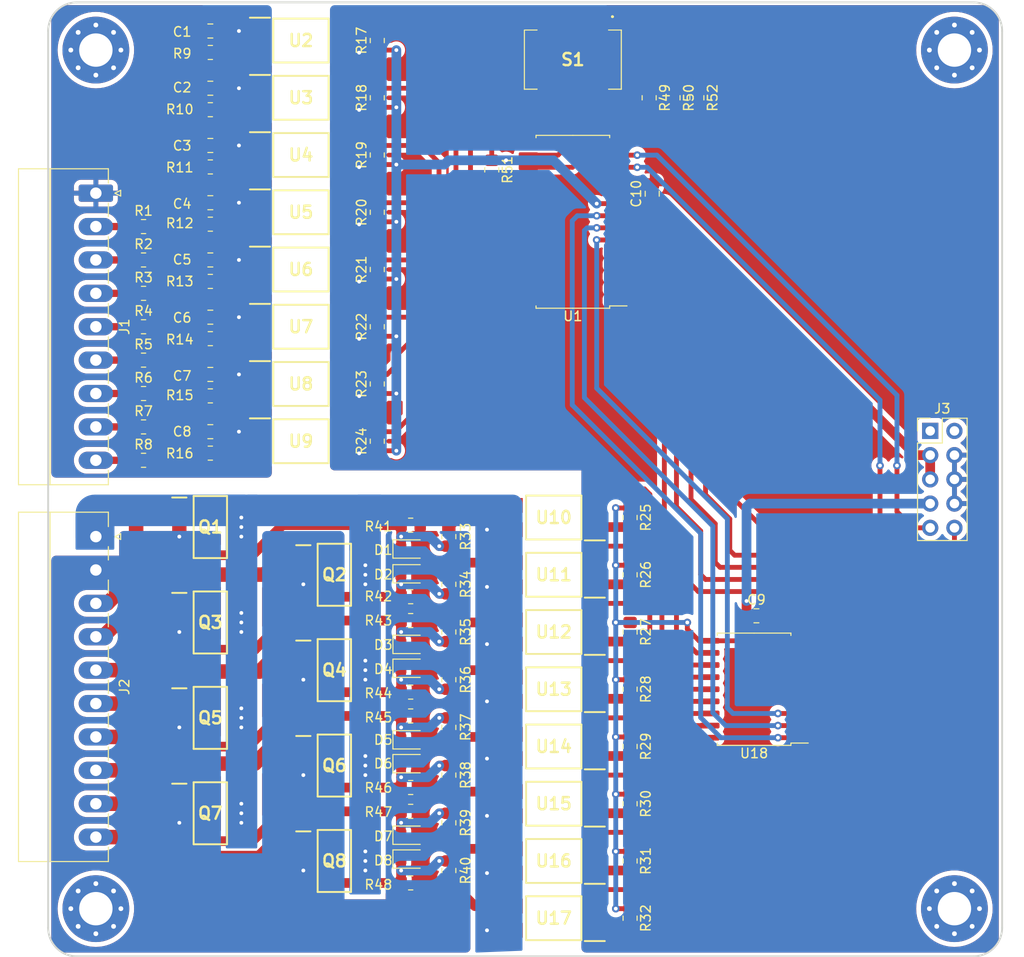
<source format=kicad_pcb>
(kicad_pcb (version 20221018) (generator pcbnew)
  (layers (0 "F.Cu" signal) (31 "B.Cu" signal) (34 "B.Paste" user) (35 "F.Paste" user) (36 "B.SilkS" user "B.Silkscreen") (37 "F.SilkS" user "F.Silkscreen") (38 "B.Mask" user) (39 "F.Mask" user) (44 "Edge.Cuts" user))
  (net 0 "")
  (net 1 "/IO_1/COM_1")
  (net 2 "GND")
  (net 3 "/IO_1/I_1 0")
  (net 4 "/IO_1/I_1 1")
  (net 5 "/IO_1/I_1 2")
  (net 6 "/IO_1/I_1 3")
  (net 7 "/IO_1/I_1 4")
  (net 8 "/IO_1/I_1 5")
  (net 9 "/IO_1/I_1 6")
  (net 10 "/IO_1/I_1 7")
  (net 11 "VCC")
  (net 12 "In1_0")
  (net 13 "In1_1")
  (net 14 "In1_2")
  (net 15 "In1_3")
  (net 16 "In1_4")
  (net 17 "In1_5")
  (net 18 "In1_6")
  (net 19 "In1_7")
  (net 20 "Net-(C1-Pad1)")
  (net 21 "Net-(C2-Pad1)")
  (net 22 "Net-(C3-Pad1)")
  (net 23 "Net-(C4-Pad1)")
  (net 24 "Net-(C5-Pad1)")
  (net 25 "Net-(C6-Pad1)")
  (net 26 "Net-(C7-Pad1)")
  (net 27 "Net-(C8-Pad1)")
  (net 28 "/IO_2/In_0")
  (net 29 "/IO_2/0VDC")
  (net 30 "/IO_2/In_1")
  (net 31 "/IO_2/In_2")
  (net 32 "/IO_2/In_3")
  (net 33 "/IO_2/In_4")
  (net 34 "/IO_2/In_5")
  (net 35 "/IO_2/In_6")
  (net 36 "/IO_2/In_7")
  (net 37 "/IO_2/24VDC")
  (net 38 "/IO_2/IO2_0")
  (net 39 "/IO_2/IO2_1")
  (net 40 "/IO_2/IO2_2")
  (net 41 "/IO_2/IO2_3")
  (net 42 "/IO_2/IO2_4")
  (net 43 "/IO_2/IO2_5")
  (net 44 "/IO_2/IO2_6")
  (net 45 "/IO_2/IO2_7")
  (net 46 "+5V")
  (net 47 "Net-(R25-Pad2)")
  (net 48 "Net-(R26-Pad2)")
  (net 49 "Net-(R27-Pad2)")
  (net 50 "Net-(R28-Pad2)")
  (net 51 "Net-(R29-Pad2)")
  (net 52 "Net-(R30-Pad2)")
  (net 53 "Net-(R31-Pad2)")
  (net 54 "Net-(R32-Pad2)")
  (net 55 "Net-(R33-Pad1)")
  (net 56 "Net-(R34-Pad1)")
  (net 57 "Net-(R35-Pad1)")
  (net 58 "Net-(R36-Pad1)")
  (net 59 "Net-(R37-Pad1)")
  (net 60 "Net-(R38-Pad1)")
  (net 61 "Net-(R39-Pad1)")
  (net 62 "Net-(R40-Pad1)")
  (net 63 "Out1_0")
  (net 64 "Out1_1")
  (net 65 "Out1_2")
  (net 66 "Out1_3")
  (net 67 "Out1_4")
  (net 68 "Out1_5")
  (net 69 "Out1_6")
  (net 70 "Out1_7")
  (net 71 "/IO_2/Q1_0")
  (net 72 "/IO_2/Q1_1")
  (net 73 "/IO_2/Q1_2")
  (net 74 "/IO_2/Q1_3")
  (net 75 "/IO_2/Q1_4")
  (net 76 "/IO_2/Q1_5")
  (net 77 "/IO_2/Q1_6")
  (net 78 "/IO_2/Q1_7")
  (net 79 "/Core/24VDC_IN1")
  (net 80 "/Core/GND_IN1")
  (net 81 "/Core/SDA_0")
  (net 82 "/Core/SCK_0")
  (net 83 "Net-(R49-Pad1)")
  (net 84 "Net-(R50-Pad1)")
  (net 85 "Net-(R51-Pad2)")
  (net 86 "Net-(R52-Pad1)")
  (net 89 "/Core/INTB")
  (net 90 "/Core/INTA")
  (footprint "Resistor_SMD:R_0805_2012Metric_Pad1.20x1.40mm_HandSolder" (layer "F.Cu") (at 110 73.5)
    (fp_text reference "R1")
    (fp_text value "3k3")
  )
  (footprint "Capacitor_SMD:C_0805_2012Metric_Pad1.18x1.45mm_HandSolder" (layer "F.Cu") (at 117 71)
    (fp_text reference "C4")
    (fp_text value "100n")
  )
  (footprint "Resistor_SMD:R_0805_2012Metric_Pad1.20x1.40mm_HandSolder" (layer "F.Cu") (at 146.5 67.555 -90)
    (fp_text reference "R51")
    (fp_text value "4.7k")
  )
  (footprint "Capacitor_SMD:C_0805_2012Metric_Pad1.18x1.45mm_HandSolder" (layer "F.Cu") (at 117 59)
    (fp_text reference "C2")
    (fp_text value "100n")
  )
  (footprint "Diode_SMD:D_0805_2012Metric_Pad1.15x1.40mm_HandSolder" (layer "F.Cu") (at 138 139.8)
    (fp_text reference "D8")
    (fp_text value "9V1")
  )
  (footprint "Added:SOP254P960X420-4N" (layer "F.Cu") (at 153 116 180)
    (fp_text reference "U12")
    (fp_text value "PC817" hide)
  )
  (footprint "Added:SOP254P960X420-4N" (layer "F.Cu") (at 126.5 66)
    (fp_text reference "U4")
    (fp_text value "PC817" hide)
  )
  (footprint "Resistor_SMD:R_0805_2012Metric_Pad1.20x1.40mm_HandSolder" (layer "F.Cu") (at 110 87.5)
    (fp_text reference "R5")
    (fp_text value "3k3")
  )
  (footprint "Diode_SMD:D_0805_2012Metric_Pad1.15x1.40mm_HandSolder" (layer "F.Cu") (at 138 129.8)
    (fp_text reference "D6")
    (fp_text value "9V1")
  )
  (footprint "Resistor_SMD:R_0805_2012Metric_Pad1.20x1.40mm_HandSolder" (layer "F.Cu") (at 142 111 -90)
    (fp_text reference "R34")
    (fp_text value "2.7k")
  )
  (footprint "Resistor_SMD:R_0805_2012Metric_Pad1.20x1.40mm_HandSolder" (layer "F.Cu") (at 134.5 60 90)
    (fp_text reference "R18")
    (fp_text value "10k")
  )
  (footprint "Resistor_SMD:R_0805_2012Metric_Pad1.20x1.40mm_HandSolder" (layer "F.Cu") (at 142 121 -90)
    (fp_text reference "R36")
    (fp_text value "2.7k")
  )
  (footprint "Resistor_SMD:R_0805_2012Metric_Pad1.20x1.40mm_HandSolder" (layer "F.Cu") (at 161 146 -90)
    (fp_text reference "R32")
    (fp_text value "330")
  )
  (footprint "Connector_PinHeader_2.54mm:PinHeader_2x05_P2.54mm_Vertical" (layer "F.Cu") (at 192.46 94.92)
    (fp_text reference "J3")
    (fp_text value "Conn_02x05_Odd_Even")
  )
  (footprint "Resistor_SMD:R_0805_2012Metric_Pad1.20x1.40mm_HandSolder" (layer "F.Cu") (at 117 55.25)
    (fp_text reference "R9")
    (fp_text value "680")
  )
  (footprint "Capacitor_SMD:C_0805_2012Metric_Pad1.18x1.45mm_HandSolder" (layer "F.Cu") (at 117 83)
    (fp_text reference "C6")
    (fp_text value "100n")
  )
  (footprint "Resistor_SMD:R_0805_2012Metric_Pad1.20x1.40mm_HandSolder" (layer "F.Cu") (at 138 104.8)
    (fp_text reference "R41")
    (fp_text value "100k")
  )
  (footprint "Resistor_SMD:R_0805_2012Metric_Pad1.20x1.40mm_HandSolder" (layer "F.Cu") (at 142 131 90)
    (fp_text reference "R38")
    (fp_text value "2.7k")
  )
  (footprint "Added:SOP254P960X420-4N" (layer "F.Cu") (at 153 140 180)
    (fp_text reference "U16")
    (fp_text value "PC817" hide)
  )
  (footprint "Added:SOT230P700X170-4N" (layer "F.Cu") (at 130 110)
    (fp_text reference "Q2")
    (fp_text value "ITS4200SMEPHUMA1" hide)
  )
  (footprint "Added:SOP254P960X420-4N" (layer "F.Cu") (at 153 134 180)
    (fp_text reference "U15")
    (fp_text value "PC817" hide)
  )
  (footprint "Resistor_SMD:R_0805_2012Metric_Pad1.20x1.40mm_HandSolder" (layer "F.Cu") (at 138 142.3)
    (fp_text reference "R48")
    (fp_text value "100k")
  )
  (footprint "Capacitor_SMD:C_0805_2012Metric_Pad1.18x1.45mm_HandSolder" (layer "F.Cu") (at 163.322 70.0575 90)
    (fp_text reference "C10")
    (fp_text value "100n")
  )
  (footprint "Added:SOP254P960X420-4N" (layer "F.Cu") (at 126.5 60)
    (fp_text reference "U3")
    (fp_text value "PC817" hide)
  )
  (footprint "Resistor_SMD:R_0805_2012Metric_Pad1.20x1.40mm_HandSolder" (layer "F.Cu") (at 110 94.5)
    (fp_text reference "R7")
    (fp_text value "3k3")
  )
  (footprint "Resistor_SMD:R_0805_2012Metric_Pad1.20x1.40mm_HandSolder" (layer "F.Cu") (at 142 136 90)
    (fp_text reference "R39")
    (fp_text value "2.7k")
  )
  (footprint "Capacitor_SMD:C_0805_2012Metric_Pad1.18x1.45mm_HandSolder" (layer "F.Cu") (at 117 65)
    (fp_text reference "C3")
    (fp_text value "100n")
  )
  (footprint "Resistor_SMD:R_0805_2012Metric_Pad1.20x1.40mm_HandSolder" (layer "F.Cu") (at 161 110 -90)
    (fp_text reference "R26")
    (fp_text value "330")
  )
  (footprint "Added:SOT230P700X170-4N" (layer "F.Cu") (at 117 125)
    (fp_text reference "Q5")
    (fp_text value "ITS4200SMEPHUMA1" hide)
  )
  (footprint "Diode_SMD:D_0805_2012Metric_Pad1.15x1.40mm_HandSolder" (layer "F.Cu") (at 138 117.3)
    (fp_text reference "D3")
    (fp_text value "9V1")
  )
  (footprint "Connector_Phoenix_MC:PhoenixContact_MC_1,5_9-G-3.5_1x09_P3.50mm_Horizontal" (layer "F.Cu") (at 105 70 -90)
    (fp_text reference "J1")
    (fp_text value "In/Out 1")
  )
  (footprint "Resistor_SMD:R_0805_2012Metric_Pad1.20x1.40mm_HandSolder" (layer "F.Cu") (at 134.5 66 90)
    (fp_text reference "R19")
    (fp_text value "10k")
  )
  (footprint "Resistor_SMD:R_0805_2012Metric_Pad1.20x1.40mm_HandSolder" (layer "F.Cu") (at 134.5 72 90)
    (fp_text reference "R20")
    (fp_text value "10k")
  )
  (footprint "Added:SOT230P700X170-4N" (layer "F.Cu") (at 117 105)
    (fp_text reference "Q1")
    (fp_text value "ITS4200SMEPHUMA1" hide)
  )
  (footprint "Diode_SMD:D_0805_2012Metric_Pad1.15x1.40mm_HandSolder" (layer "F.Cu") (at 138 127.3)
    (fp_text reference "D5")
    (fp_text value "9V1")
  )
  (footprint "MountingHole:MountingHole_3.5mm_Pad_Via" (layer "F.Cu") (at 195 145)
    (fp_text reference "REF**" hide)
    (fp_text value "MountingHole_3.5mm_Pad_Via" hide)
  )
  (footprint "Resistor_SMD:R_0805_2012Metric_Pad1.20x1.40mm_HandSolder" (layer "F.Cu") (at 110 98)
    (fp_text reference "R8")
    (fp_text value "3k3")
  )
  (footprint "Added:SOP254P960X420-4N" (layer "F.Cu") (at 126.5 54)
    (fp_text reference "U2")
    (fp_text value "PC817" hide)
  )
  (footprint "Resistor_SMD:R_0805_2012Metric_Pad1.20x1.40mm_HandSolder" (layer "F.Cu") (at 117 91.25)
    (fp_text reference "R15")
    (fp_text value "680")
  )
  (footprint "Capacitor_SMD:C_0805_2012Metric_Pad1.18x1.45mm_HandSolder" (layer "F.Cu") (at 117 77)
    (fp_text reference "C5")
    (fp_text value "100n")
  )
  (footprint "Added:SOP254P960X420-4N" (layer "F.Cu") (at 153 122 180)
    (fp_text reference "U13")
    (fp_text value "PC817" hide)
  )
  (footprint "Connector_Phoenix_MC:PhoenixContact_MC_1,5_10-G-3.5_1x10_P3.50mm_Horizontal" (layer "F.Cu") (at 105 106 -90)
    (fp_text reference "J2")
    (fp_text value "Conn_01x10_Female")
  )
  (footprint "Added:SOP254P960X420-4N" (layer "F.Cu") (at 153 146 180)
    (fp_text reference "U17")
    (fp_text value "PC817" hide)
  )
  (footprint "Resistor_SMD:R_0805_2012Metric_Pad1.20x1.40mm_HandSolder" (layer "F.Cu") (at 134.5 90 90)
    (fp_text reference "R23")
    (fp_text value "10k")
  )
  (footprint "Resistor_SMD:R_0805_2012Metric_Pad1.20x1.40mm_HandSolder" (layer "F.Cu") (at 117 79.25)
    (fp_text reference "R13")
    (fp_text value "680")
  )
  (footprint "Resistor_SMD:R_0805_2012Metric_Pad1.20x1.40mm_HandSolder" (layer "F.Cu") (at 168 60 -90)
    (fp_text reference "R52")
    (fp_text value "10k")
  )
  (footprint "Added:SOP254P960X420-4N" (layer "F.Cu") (at 126.5 90)
    (fp_text reference "U8")
    (fp_text value "PC817" hide)
  )
  (footprint "Resistor_SMD:R_0805_2012Metric_Pad1.20x1.40mm_HandSolder" (layer "F.Cu") (at 110 84)
    (fp_text reference "R4")
    (fp_text value "3k3")
  )
  (footprint "Resistor_SMD:R_0805_2012Metric_Pad1.20x1.40mm_HandSolder" (layer "F.Cu") (at 117 97.25)
    (fp_text reference "R16")
    (fp_text value "680")
  )
  (footprint "Resistor_SMD:R_0805_2012Metric_Pad1.20x1.40mm_HandSolder" (layer "F.Cu") (at 161 104 -90)
    (fp_text reference "R25")
    (fp_text value "330")
  )
  (footprint "Resistor_SMD:R_0805_2012Metric_Pad1.20x1.40mm_HandSolder" (layer "F.Cu") (at 138 134.8)
    (fp_text reference "R47")
    (fp_text value "100k")
  )
  (footprint "Resistor_SMD:R_0805_2012Metric_Pad1.20x1.40mm_HandSolder" (layer "F.Cu") (at 138 124.8)
    (fp_text reference "R45")
    (fp_text value "100k")
  )
  (footprint "Added:SOP254P960X420-4N" (layer "F.Cu") (at 126.5 78)
    (fp_text reference "U6")
    (fp_text value "PC817" hide)
  )
  (footprint "Resistor_SMD:R_0805_2012Metric_Pad1.20x1.40mm_HandSolder" (layer "F.Cu") (at 134.5 84 90)
    (fp_text reference "R22")
    (fp_text value "10k")
  )
  (footprint "Diode_SMD:D_0805_2012Metric_Pad1.15x1.40mm_HandSolder" (layer "F.Cu") (at 138 119.8)
    (fp_text reference "D4")
    (fp_text value "9V1")
  )
  (footprint "MountingHole:MountingHole_3.5mm_Pad_Via" (layer "F.Cu") (at 105 145)
    (fp_text reference "REF**" hide)
    (fp_text value "MountingHole_3.5mm_Pad_Via" hide)
  )
  (footprint "Resistor_SMD:R_0805_2012Metric_Pad1.20x1.40mm_HandSolder" (layer "F.Cu") (at 138 122.3)
    (fp_text reference "R44")
    (fp_text value "100k")
  )
  (footprint "Diode_SMD:D_0805_2012Metric_Pad1.15x1.40mm_HandSolder" (layer "F.Cu") (at 138 107.3)
    (fp_text reference "D1")
    (fp_text value "9V1")
  )
  (footprint "Resistor_SMD:R_0805_2012Metric_Pad1.20x1.40mm_HandSolder" (layer "F.Cu") (at 117 61.25)
    (fp_text reference "R10")
    (fp_text value "680")
  )
  (footprint "Resistor_SMD:R_0805_2012Metric_Pad1.20x1.40mm_HandSolder" (layer "F.Cu") (at 117 85.25)
    (fp_text reference "R14")
    (fp_text value "680")
  )
  (footprint "MountingHole:MountingHole_3.5mm_Pad_Via" (layer "F.Cu") (at 195 55)
    (fp_text reference "REF**" hide)
    (fp_text value "MountingHole_3.5mm_Pad_Via" hide)
  )
  (footprint "Resistor_SMD:R_0805_2012Metric_Pad1.20x1.40mm_HandSolder" (layer "F.Cu") (at 161 122 -90)
    (fp_text reference "R28")
    (fp_text value "330")
  )
  (footprint "Diode_SMD:D_0805_2012Metric_Pad1.15x1.40mm_HandSolder" (layer "F.Cu") (at 138 109.9)
    (fp_text reference "D2")
    (fp_text value "9V1")
  )
  (footprint "Resistor_SMD:R_0805_2012Metric_Pad1.20x1.40mm_HandSolder" (layer "F.Cu") (at 163 60 -90)
    (fp_text reference "R49")
    (fp_text value "10k")
  )
  (footprint "Resistor_SMD:R_0805_2012Metric_Pad1.20x1.40mm_HandSolder" (layer "F.Cu") (at 134.5 78 90)
    (fp_text reference "R21")
    (fp_text value "10k")
  )
  (footprint "Resistor_SMD:R_0805_2012Metric_Pad1.20x1.40mm_HandSolder" (layer "F.Cu") (at 161 140 -90)
    (fp_text reference "R31")
    (fp_text value "330")
  )
  (footprint "MountingHole:MountingHole_3.5mm_Pad_Via" (layer "F.Cu") (at 105 55)
    (fp_text reference "REF**" hide)
    (fp_text value "MountingHole_3.5mm_Pad_Via" hide)
  )
  (footprint "Added:SOT230P700X170-4N" (layer "F.Cu") (at 130 130)
    (fp_text reference "Q6")
    (fp_text value "ITS4200SMEPHUMA1" hide)
  )
  (footprint "Resistor_SMD:R_0805_2012Metric_Pad1.20x1.40mm_HandSolder" (layer "F.Cu") (at 134.5 54 90)
    (fp_text reference "R17")
    (fp_text value "10k")
  )
  (footprint "Added:SOT230P700X170-4N" (layer "F.Cu") (at 117 115)
    (fp_text reference "Q3")
    (fp_text value "ITS4200SMEPHUMA1" hide)
  )
  (footprint "Resistor_SMD:R_0805_2012Metric_Pad1.20x1.40mm_HandSolder" (layer "F.Cu") (at 161 128 -90)
    (fp_text reference "R29")
    (fp_text value "330")
  )
  (footprint "Resistor_SMD:R_0805_2012Metric_Pad1.20x1.40mm_HandSolder" (layer "F.Cu") (at 138 114.8)
    (fp_text reference "R43")
    (fp_text value "100k")
  )
  (footprint "Added:SOP254P960X420-4N" (layer "F.Cu") (at 126.5 72)
    (fp_text reference "U5")
    (fp_text value "PC817" hide)
  )
  (footprint "Capacitor_SMD:C_0805_2012Metric_Pad1.18x1.45mm_HandSolder" (layer "F.Cu") (at 174.244 114.3)
    (fp_text reference "C9")
    (fp_text value "100n")
  )
  (footprint "Added:SOP254P960X420-4N" (layer "F.Cu") (at 126.5 96)
    (fp_text reference "U9")
    (fp_text value "PC817" hide)
  )
  (footprint "Added:SOP254P960X420-4N" (layer "F.Cu") (at 153 110 180)
    (fp_text reference "U11")
    (fp_text value "PC817" hide)
  )
  (footprint "Resistor_SMD:R_0805_2012Metric_Pad1.20x1.40mm_HandSolder" (layer "F.Cu") (at 138 132.3)
    (fp_text reference "R46")
    (fp_text value "100k")
  )
  (footprint "Resistor_SMD:R_0805_2012Metric_Pad1.20x1.40mm_HandSolder" (layer "F.Cu") (at 117 73.25)
    (fp_text reference "R12")
    (fp_text value "680")
  )
  (footprint "Resistor_SMD:R_0805_2012Metric_Pad1.20x1.40mm_HandSolder" (layer "F.Cu") (at 117 67.25)
    (fp_text reference "R11")
    (fp_text value "680")
  )
  (footprint "Added:SOT230P700X170-4N" (layer "F.Cu") (at 130 120)
    (fp_text reference "Q4")
    (fp_text value "ITS4200SMEPHUMA1" hide)
  )
  (footprint "Resistor_SMD:R_0805_2012Metric_Pad1.20x1.40mm_HandSolder" (layer "F.Cu") (at 161 134 -90)
    (fp_text reference "R30")
    (fp_text value "330")
  )
  (footprint "Added:SOP254P960X420-4N" (layer "F.Cu") (at 153 104 180)
    (fp_text reference "U10")
    (fp_text value "PC817" hide)
  )
  (footprint "Capacitor_SMD:C_0805_2012Metric_Pad1.18x1.45mm_HandSolder" (layer "F.Cu") (at 117 89)
    (fp_text reference "C7")
    (fp_text value "100n")
  )
  (footprint "Resistor_SMD:R_0805_2012Metric_Pad1.20x1.40mm_HandSolder" (layer "F.Cu") (at 134.5 96 90)
    (fp_text reference "R24")
    (fp_text value "10k")
  )
  (footprint "Resistor_SMD:R_0805_2012Metric_Pad1.20x1.40mm_HandSolder" (layer "F.Cu") (at 110 91)
    (fp_text reference "R6")
    (fp_text value "3k3")
  )
  (footprint "Added:SOT230P700X170-4N" (layer "F.Cu") (at 130 140)
    (fp_text reference "Q8")
    (fp_text value "ITS4200SMEPHUMA1" hide)
  )
  (footprint "Added:SOP254P960X420-4N" (layer "F.Cu") (at 126.5 84)
    (fp_text reference "U7")
    (fp_text value "PC817" hide)
  )
  (footprint "Added:DS04254203BKSMT" (layer "F.Cu") (at 155 56 180)
    (fp_text reference "S1")
    (fp_text value "DS04-254-2-03BK-SMT" hide)
  )
  (footprint "Capacitor_SMD:C_0805_2012Metric_Pad1.18x1.45mm_HandSolder" (layer "F.Cu") (at 117 53)
    (fp_text reference "C1")
    (fp_text value "100n")
  )
  (footprint "Package_SO:SOIC-28W_7.5x17.9mm_P1.27mm" (layer "F.Cu") (at 155 73 180)
    (fp_text reference "U1")
    (fp_text value "MCP23017_SO")
  )
  (footprint "Resistor_SMD:R_0805_2012Metric_Pad1.20x1.40mm_HandSolder" (layer "F.Cu") (at 161 116 -90)
    (fp_text reference "R27")
    (fp_text value "330")
  )
  (footprint "Package_SO:SOIC-18W_7.5x11.6mm_P1.27mm" (layer "F.Cu") (at 174 122 180)
    (fp_text reference "U18")
    (fp_text value "ULN2803A")
  )
  (footprint "Resistor_SMD:R_0805_2012Metric_Pad1.20x1.40mm_HandSolder" (layer "F.Cu") (at 110 77)
    (fp_text reference "R2")
    (fp_text value "3k3")
  )
  (footprint "Added:SOT230P700X170-4N" (layer "F.Cu") (at 117 135)
    (fp_text reference "Q7")
    (fp_text value "ITS4200SMEPHUMA1" hide)
  )
  (footprint "Resistor_SMD:R_0805_2012Metric_Pad1.20x1.40mm_HandSolder" (layer "F.Cu") (at 138 112.3)
    (fp_text reference "R42")
    (fp_text value "100k")
  )
  (footprint "Diode_SMD:D_0805_2012Metric_Pad1.15x1.40mm_HandSolder" (layer "F.Cu") (at 138 137.3)
    (fp_text reference "D7")
    (fp_text value "9V1")
  )
  (footprint "Resistor_SMD:R_0805_2012Metric_Pad1.20x1.40mm_HandSolder" (layer "F.Cu") (at 142 116 -90)
    (fp_text reference "R35")
    (fp_text value "2.7k")
  )
  (footprint "Resistor_SMD:R_0805_2012Metric_Pad1.20x1.40mm_HandSolder" (layer "F.Cu") (at 110 80.5)
    (fp_text reference "R3")
    (fp_text value "3k3")
  )
  (footprint "Resistor_SMD:R_0805_2012Metric_Pad1.20x1.40mm_HandSolder" (layer "F.Cu") (at 165.5 60 -90)
    (fp_text reference "R50")
    (fp_text value "10k")
  )
  (footprint "Capacitor_SMD:C_0805_2012Metric_Pad1.18x1.45mm_HandSolder" (layer "F.Cu") (at 117 95)
    (fp_text reference "C8")
    (fp_text value "100n")
  )
  (footprint "Resistor_SMD:R_0805_2012Metric_Pad1.20x1.40mm_HandSolder" (layer "F.Cu") (at 142 126 90)
    (fp_text reference "R37")
    (fp_text value "2.7k")
  )
  (footprint "Added:SOP254P960X420-4N" (layer "F.Cu") (at 153 128 180)
    (fp_text reference "U14")
    (fp_text value "PC817" hide)
  )
  (footprint "Resistor_SMD:R_0805_2012Metric_Pad1.20x1.40mm_HandSolder" (layer "F.Cu") (at 142 141 90)
    (fp_text reference "R40")
    (fp_text value "2.7k")
  )
  (footprint "Resistor_SMD:R_0805_2012Metric_Pad1.20x1.40mm_HandSolder" (layer "F.Cu") (at 142 106 -90)
    (fp_text reference "R33")
    (fp_text value "2.7k")
  )
  (gr_line (start 100 53) (end 100 147) (stroke (width 0.2)) (layer "Edge.Cuts"))
  (gr_line (start 103 50) (end 197 50) (stroke (width 0.2)) (layer "Edge.Cuts"))
  (gr_line (start 103 150) (end 197 150) (stroke (width 0.2)) (layer "Edge.Cuts"))
  (gr_arc (start 197 50) (mid 199.12132 50.87868) (end 200 53) (stroke (width 0.2)) (layer "Edge.Cuts"))
  (gr_arc (start 100 53) (mid 100.87868 50.87868) (end 103 50) (stroke (width 0.2)) (layer "Edge.Cuts"))
  (gr_arc (start 103 150) (mid 100.87868 149.12132) (end 100 147) (stroke (width 0.2)) (layer "Edge.Cuts"))
  (gr_line (start 200 53) (end 200 147) (stroke (width 0.2)) (layer "Edge.Cuts"))
  (gr_arc (start 200 147) (mid 199.12132 149.12132) (end 197 150) (stroke (width 0.2)) (layer "Edge.Cuts"))
  (segment (start 118 97.25) (end 118 95.0375) (width 0.762) (layer "F.Cu") (net 1))
  (segment (start 118.02 85.27) (end 118 85.25) (width 0.762) (layer "F.Cu") (net 1))
  (segment (start 118 67.25) (end 118 65.0375) (width 0.762) (layer "F.Cu") (net 1))
  (segment (start 118.02 91.27) (end 118 91.25) (width 0.762) (layer "F.Cu") (net 1))
  (segment (start 118.02 79.27) (end 118 79.25) (width 0.762) (layer "F.Cu") (net 1))
  (segment (start 118.02 55.27) (end 118 55.25) (width 0.762) (layer "F.Cu") (net 1))
  (segment (start 118 65.0375) (end 118.0375 65) (width 0.762) (layer "F.Cu") (net 1))
  (segment (start 118 79.25) (end 118 77.0375) (width 0.762) (layer "F.Cu") (net 1))
  (segment (start 118 95.0375) (end 118.0375 95) (width 0.762) (layer "F.Cu") (net 1))
  (segment (start 118.02 73.27) (end 118 73.25) (width 0.762) (layer "F.Cu") (net 1))
  (segment (start 118 83.0375) (end 118.0375 83) (width 0.762) (layer "F.Cu") (net 1))
  (segment (start 118 77.0375) (end 118.0375 77) (width 0.762) (layer "F.Cu") (net 1))
  (segment (start 118.02 97.27) (end 118 97.25) (width 0.762) (layer "F.Cu") (net 1))
  (segment (start 118 73.25) (end 118 71.0375) (width 0.762) (layer "F.Cu") (net 1))
  (segment (start 118 91.25) (end 118 89.0375) (width 0.762) (layer "F.Cu") (net 1))
  (segment (start 118.0375 53) (end 118.0375 55.2125) (width 0.762) (layer "F.Cu") (net 1))
  (segment (start 118.02 61.27) (end 118 61.25) (width 0.762) (layer "F.Cu") (net 1))
  (segment (start 118 89.0375) (end 118.0375 89) (width 0.762) (layer "F.Cu") (net 1))
  (segment (start 118 61.25) (end 118 59.0375) (width 0.762) (layer "F.Cu") (net 1))
  (segment (start 118 85.25) (end 118 83.0375) (width 0.762) (layer "F.Cu") (net 1))
  (segment (start 118.02 67.27) (end 118 67.25) (width 0.762) (layer "F.Cu") (net 1))
  (segment (start 118.0375 55.2125) (end 118 55.25) (width 0.762) (layer "F.Cu") (net 1))
  (segment (start 118 59.0375) (end 118.0375 59) (width 0.762) (layer "F.Cu") (net 1))
  (segment (start 118 71.0375) (end 118.0375 71) (width 0.762) (layer "F.Cu") (net 1))
  (via (at 120 89) (size 0.8) (drill 0.4) (layers "F.Cu" "B.Cu") (net 1))
  (via (at 120 59) (size 0.8) (drill 0.4) (layers "F.Cu" "B.Cu") (net 1))
  (via (at 120 65) (size 0.8) (drill 0.4) (layers "F.Cu" "B.Cu") (net 1))
  (via (at 120 77) (size 0.8) (drill 0.4) (layers "F.Cu" "B.Cu") (net 1))
  (via (at 120 95) (size 0.8) (drill 0.4) (layers "F.Cu" "B.Cu") (net 1))
  (via (at 120 71) (size 0.8) (drill 0.4) (layers "F.Cu" "B.Cu") (net 1))
  (via (at 120 53) (size 0.8) (drill 0.4) (layers "F.Cu" "B.Cu") (net 1))
  (via (at 120 83) (size 0.8) (drill 0.4) (layers "F.Cu" "B.Cu") (net 1))
  (segment (start 178.65 116.92) (end 176.102 116.92) (width 0.508) (layer "F.Cu") (net 2))
  (segment (start 132.6 97.27) (end 130.8 97.27) (width 0.508) (layer "F.Cu") (net 2))
  (segment (start 176.102 116.92) (end 175.2815 116.0995) (width 0.508) (layer "F.Cu") (net 2))
  (segment (start 132.6 55.27) (end 130.8 55.27) (width 0.508) (layer "F.Cu") (net 2))
  (segment (start 132.6 73.27) (end 130.8 73.27) (width 0.508) (layer "F.Cu") (net 2))
  (segment (start 175.2815 116.0995) (end 175.2815 114.3) (width 0.508) (layer "F.Cu") (net 2))
  (segment (start 132.6 61.27) (end 130.8 61.27) (width 0.508) (layer "F.Cu") (net 2))
  (segment (start 132.6 79.27) (end 130.8 79.27) (width 0.508) (layer "F.Cu") (net 2))
  (segment (start 132.6 91.27) (end 130.8 91.27) (width 0.508) (layer "F.Cu") (net 2))
  (segment (start 132.6 67.27) (end 130.8 67.27) (width 0.508) (layer "F.Cu") (net 2))
  (segment (start 132.6 85.27) (end 130.8 85.27) (width 0.508) (layer "F.Cu") (net 2))
  (via (at 132.6 97.27) (size 0.8) (drill 0.4) (layers "F.Cu" "B.Cu") (net 2))
  (via (at 132.6 73.27) (size 0.8) (drill 0.4) (layers "F.Cu" "B.Cu") (net 2))
  (via (at 132.6 91.27) (size 0.8) (drill 0.4) (layers "F.Cu" "B.Cu") (net 2))
  (via (at 132.6 79.27) (size 0.8) (drill 0.4) (layers "F.Cu" "B.Cu") (net 2))
  (via (at 132.6 67.27) (size 0.8) (drill 0.4) (layers "F.Cu" "B.Cu") (net 2))
  (via (at 132.6 85.27) (size 0.8) (drill 0.4) (layers "F.Cu" "B.Cu") (net 2))
  (via (at 132.6 61.27) (size 0.8) (drill 0.4) (layers "F.Cu" "B.Cu") (net 2))
  (via (at 132.6 55.27) (size 0.8) (drill 0.4) (layers "F.Cu" "B.Cu") (net 2))
  (segment (start 105 73.5) (end 109 73.5) (width 0.762) (layer "F.Cu") (net 3))
  (segment (start 109 77) (end 105 77) (width 0.762) (layer "F.Cu") (net 4))
  (segment (start 105 80.5) (end 109 80.5) (width 0.762) (layer "F.Cu") (net 5))
  (segment (start 109 84) (end 105 84) (width 0.762) (layer "F.Cu") (net 6))
  (segment (start 109 87.5) (end 105 87.5) (width 0.762) (layer "F.Cu") (net 7))
  (segment (start 109 91) (end 105 91) (width 0.762) (layer "F.Cu") (net 8))
  (segment (start 109 94.5) (end 105 94.5) (width 0.762) (layer "F.Cu") (net 9))
  (segment (start 109 98) (end 105 98) (width 0.762) (layer "F.Cu") (net 10))
  (segment (start 192.46 97.46) (end 192.46 100) (width 1.016) (layer "F.Cu") (net 11))
  (segment (start 146.5 54.16) (end 149.11 51.55) (width 0.508) (layer "F.Cu") (net 11))
  (segment (start 190.932 97.46) (end 164.567 71.095) (width 1.016) (layer "F.Cu") (net 11))
  (segment (start 192.54 97.46) (end 190.932 97.46) (width 1.016) (layer "F.Cu") (net 11))
  (segment (start 146.5 66.555) (end 146.5 54.16) (width 0.508) (layer "F.Cu") (net 11))
  (segment (start 149.11 51.55) (end 157.54 51.55) (width 0.508) (layer "F.Cu") (net 11))
  (segment (start 136.5 67) (end 134.5 67) (width 0.508) (layer "F.Cu") (net 11))
  (segment (start 136.5 85) (end 134.5 85) (width 0.508) (layer "F.Cu") (net 11))
  (segment (start 148 66.555) (end 146.5 66.555) (width 0.508) (layer "F.Cu") (net 11))
  (segment (start 134.5 91) (end 136.5 91) (width 0.508) (layer "F.Cu") (net 11))
  (segment (start 159.65 71.095) (end 157.5 71.095) (width 0.508) (layer "F.Cu") (net 11))
  (segment (start 136.5 97) (end 134.5 97) (width 0.508) (layer "F.Cu") (net 11))
  (segment (start 136.5 73) (end 134.5 73) (width 0.508) (layer "F.Cu") (net 11))
  (segment (start 136.5 61) (end 134.5 61) (width 0.508) (layer "F.Cu") (net 11))
  (segment (start 164.567 71.095) (end 163.322 71.095) (width 1.016) (layer "F.Cu") (net 11))
  (segment (start 136.5 79) (end 134.5 79) (width 0.508) (layer "F.Cu") (net 11))
  (segment (start 163.322 71.095) (end 159.65 71.095) (width 0.508) (layer "F.Cu") (net 11))
  (segment (start 136.5 55) (end 134.5 55) (width 0.508) (layer "F.Cu") (net 11))
  (via (at 136.5 85) (size 0.8) (drill 0.4) (layers "F.Cu" "B.Cu") (net 11))
  (via (at 136.5 67) (size 0.8) (drill 0.4) (layers "F.Cu" "B.Cu") (net 11))
  (via (at 136.5 73) (size 0.8) (drill 0.4) (layers "F.Cu" "B.Cu") (net 11))
  (via (at 136.5 91) (size 0.8) (drill 0.4) (layers "F.Cu" "B.Cu") (net 11))
  (via (at 136.5 79) (size 0.8) (drill 0.4) (layers "F.Cu" "B.Cu") (net 11))
  (via (at 136.5 97) (size 0.8) (drill 0.4) (layers "F.Cu" "B.Cu") (net 11))
  (via (at 157.5 71.095) (size 0.8) (drill 0.4) (layers "F.Cu" "B.Cu") (net 11))
  (via (at 136.5 55) (size 0.8) (drill 0.4) (layers "F.Cu" "B.Cu") (net 11))
  (via (at 148 66.555) (size 0.8) (drill 0.4) (layers "F.Cu" "B.Cu") (net 11))
  (via (at 136.5 61) (size 0.8) (drill 0.4) (layers "F.Cu" "B.Cu") (net 11))
  (segment (start 136.5 55) (end 136.5 97) (width 1.016) (layer "B.Cu") (net 11))
  (segment (start 141.979 66.555) (end 141.534 67) (width 1.016) (layer "B.Cu") (net 11))
  (segment (start 148 66.555) (end 152.96 66.555) (width 1.016) (layer "B.Cu") (net 11))
  (segment (start 141.534 67) (end 136.5 67) (width 1.016) (layer "B.Cu") (net 11))
  (segment (start 152.96 66.555) (end 157.5 71.095) (width 1.016) (layer "B.Cu") (net 11))
  (segment (start 148 66.555) (end 141.979 66.555) (width 1.016) (layer "B.Cu") (net 11))
  (segment (start 144.272 69.85) (end 146.787 72.365) (width 0.508) (layer "F.Cu") (net 12))
  (segment (start 144.272 54.61) (end 144.272 69.85) (width 0.508) (layer "F.Cu") (net 12))
  (segment (start 134.5 53) (end 142.662 53) (width 0.508) (layer "F.Cu") (net 12))
  (segment (start 146.787 72.365) (end 150.35 72.365) (width 0.508) (layer "F.Cu") (net 12))
  (segment (start 130.8 52.73) (end 134.23 52.73) (width 0.508) (layer "F.Cu") (net 12))
  (segment (start 142.662 53) (end 144.272 54.61) (width 0.508) (layer "F.Cu") (net 12))
  (segment (start 134.23 52.73) (end 134.5 53) (width 0.508) (layer "F.Cu") (net 12))
  (segment (start 146.025 73.635) (end 150.35 73.635) (width 0.508) (layer "F.Cu") (net 13))
  (segment (start 141.296 59) (end 142.748 60.452) (width 0.508) (layer "F.Cu") (net 13))
  (segment (start 142.748 70.358) (end 146.025 73.635) (width 0.508) (layer "F.Cu") (net 13))
  (segment (start 130.8 58.73) (end 134.23 58.73) (width 0.508) (layer "F.Cu") (net 13))
  (segment (start 134.5 59) (end 141.296 59) (width 0.508) (layer "F.Cu") (net 13))
  (segment (start 142.748 60.452) (end 142.748 70.358) (width 0.508) (layer "F.Cu") (net 13))
  (segment (start 134.23 58.73) (end 134.5 59) (width 0.508) (layer "F.Cu") (net 13))
  (segment (start 134.5 65) (end 139.168 65) (width 0.508) (layer "F.Cu") (net 14))
  (segment (start 140.97 71.12) (end 144.755 74.905) (width 0.508) (layer "F.Cu") (net 14))
  (segment (start 134.23 64.73) (end 134.5 65) (width 0.508) (layer "F.Cu") (net 14))
  (segment (start 144.755 74.905) (end 150.35 74.905) (width 0.508) (layer "F.Cu") (net 14))
  (segment (start 130.8 64.73) (end 134.23 64.73) (width 0.508) (layer "F.Cu") (net 14))
  (segment (start 140.97 66.802) (end 140.97 71.12) (width 0.508) (layer "F.Cu") (net 14))
  (segment (start 139.168 65) (end 140.97 66.802) (width 0.508) (layer "F.Cu") (net 14))
  (segment (start 134.23 70.73) (end 134.5 71) (width 0.508) (layer "F.Cu") (net 15))
  (segment (start 130.8 70.73) (end 134.23 70.73) (width 0.508) (layer "F.Cu") (net 15))
  (segment (start 143.739 76.175) (end 138.564 71) (width 0.508) (layer "F.Cu") (net 15))
  (segment (start 150.35 76.175) (end 143.739 76.175) (width 0.508) (layer "F.Cu") (net 15))
  (segment (start 138.564 71) (end 134.5 71) (width 0.508) (layer "F.Cu") (net 15))
  (segment (start 134.23 76.73) (end 134.5 77) (width 0.508) (layer "F.Cu") (net 16))
  (segment (start 141.008 77) (end 134.5 77) (width 0.508) (layer "F.Cu") (net 16))
  (segment (start 150.35 77.445) (end 141.453 77.445) (width 0.508) (layer "F.Cu") (net 16))
  (segment (start 141.453 77.445) (end 141.008 77) (width 0.508) (layer "F.Cu") (net 16))
  (segment (start 130.8 76.73) (end 134.23 76.73) (width 0.508) (layer "F.Cu") (net 16))
  (segment (start 130.8 82.73) (end 134.23 82.73) (width 0.508) (layer "F.Cu") (net 17))
  (segment (start 142.773 78.715) (end 138.488 83) (width 0.508) (layer "F.Cu") (net 17))
  (segment (start 150.35 78.715) (end 142.773 78.715) (width 0.508) (layer "F.Cu") (net 17))
  (segment (start 134.23 82.73) (end 134.5 83) (width 0.508) (layer "F.Cu") (net 17))
  (segment (start 138.488 83) (end 134.5 83) (width 0.508) (layer "F.Cu") (net 17))
  (segment (start 130.8 88.73) (end 134.23 88.73) (width 0.508) (layer "F.Cu") (net 18))
  (segment (start 143.535 79.985) (end 136.652 86.868) (width 0.508) (layer "F.Cu") (net 18))
  (segment (start 136.652 86.868) (end 136.652 87.884) (width 0.508) (layer "F.Cu") (net 18))
  (segment (start 134.23 88.73) (end 134.5 89) (width 0.508) (layer "F.Cu") (net 18))
  (segment (start 136.652 87.884) (end 135.536 89) (width 0.508) (layer "F.Cu") (net 18))
  (segment (start 150.35 79.985) (end 143.535 79.985) (width 0.508) (layer "F.Cu") (net 18))
  (segment (start 135.536 89) (end 134.5 89) (width 0.508) (layer "F.Cu") (net 18))
  (segment (start 144.043 81.255) (end 150.35 81.255) (width 0.508) (layer "F.Cu") (net 19))
  (segment (start 134.5 95) (end 136.394 95) (width 0.508) (layer "F.Cu") (net 19))
  (segment (start 130.8 94.73) (end 134.23 94.73) (width 0.508) (layer "F.Cu") (net 19))
  (segment (start 136.394 95) (end 137.922 93.472) (width 0.508) (layer "F.Cu") (net 19))
  (segment (start 137.922 93.472) (end 137.922 87.376) (width 0.508) (layer "F.Cu") (net 19))
  (segment (start 134.23 94.73) (end 134.5 95) (width 0.508) (layer "F.Cu") (net 19))
  (segment (start 137.922 87.376) (end 144.043 81.255) (width 0.508) (layer "F.Cu") (net 19))
  (segment (start 122.2 52.7) (end 120.5 51) (width 0.762) (layer "F.Cu") (net 20))
  (segment (start 114.3 56.642) (end 115.692 55.25) (width 0.762) (layer "F.Cu") (net 20))
  (segment (start 115.692 55.25) (end 116 55.25) (width 0.762) (layer "F.Cu") (net 20))
  (segment (start 117 51) (end 120.5 51) (width 0.762) (layer "F.Cu") (net 20))
  (segment (start 111 73.5) (end 111 64.006) (width 0.762) (layer "F.Cu") (net 20))
  (segment (start 115.9625 53) (end 115.9625 52.0375) (width 0.762) (layer "F.Cu") (net 20))
  (segment (start 115.9625 52.0375) (end 117 51) (width 0.762) (layer "F.Cu") (net 20))
  (segment (start 114.3 60.706) (end 114.3 56.642) (width 0.762) (layer "F.Cu") (net 20))
  (segment (start 116 53.0375) (end 115.9625 53) (width 0.762) (layer "F.Cu") (net 20))
  (segment (start 116 55.25) (end 116 53.0375) (width 0.762) (layer "F.Cu") (net 20))
  (segment (start 111 64.006) (end 114.3 60.706) (width 0.762) (layer "F.Cu") (net 20))
  (segment (start 122.2 52.73) (end 122.2 52.7) (width 0.762) (layer "F.Cu") (net 20))
  (segment (start 122.2 58.73) (end 122.2 58.7) (width 0.762) (layer "F.Cu") (net 21))
  (segment (start 113.284 73.406) (end 113.284 63.966) (width 0.762) (layer "F.Cu") (net 21))
  (segment (start 115.9625 59) (end 115.9625 58.0375) (width 0.762) (layer "F.Cu") (net 21))
  (segment (start 116 61.25) (end 116 59.0375) (width 0.762) (layer "F.Cu") (net 21))
  (segment (start 111 75.69) (end 113.284 73.406) (width 0.762) (layer "F.Cu") (net 21))
  (segment (start 111 77) (end 111 75.69) (width 0.762) (layer "F.Cu") (net 21))
  (segment (start 113.284 63.966) (end 116 61.25) (width 0.762) (layer "F.Cu") (net 21))
  (segment (start 122.2 58.7) (end 120.5 57) (width 0.762) (layer "F.Cu") (net 21))
  (segment (start 115.9625 58.0375) (end 117 57) (width 0.762) (layer "F.Cu") (net 21))
  (segment (start 117 57) (end 120.5 57) (width 0.762) (layer "F.Cu") (net 21))
  (segment (start 116 59.0375) (end 115.9625 59) (width 0.762) (layer "F.Cu") (net 21))
  (segment (start 115.9625 65) (end 115.9625 64.0375) (width 0.762) (layer "F.Cu") (net 22))
  (segment (start 117 63) (end 120.5 63) (width 0.762) (layer "F.Cu") (net 22))
  (segment (start 122.2 64.73) (end 122.2 64.7) (width 0.762) (layer "F.Cu") (net 22))
  (segment (start 116 65.0375) (end 115.9625 65) (width 0.762) (layer "F.Cu") (net 22))
  (segment (start 114.554 68.072) (end 115.376 67.25) (width 0.762) (layer "F.Cu") (net 22))
  (segment (start 115.376 67.25) (end 116 67.25) (width 0.762) (layer "F.Cu") (net 22))
  (segment (start 116 67.25) (end 116 65.0375) (width 0.762) (layer "F.Cu") (net 22))
  (segment (start 113.03 75.438) (end 114.554 73.914) (width 0.762) (layer "F.Cu") (net 22))
  (segment (start 113.03 77.724) (end 113.03 75.438) (width 0.762) (layer "F.Cu") (net 22))
  (segment (start 111 79.754) (end 113.03 77.724) (width 0.762) (layer "F.Cu") (net 22))
  (segment (start 111 80.5) (end 111 79.754) (width 0.762) (layer "F.Cu") (net 22))
  (segment (start 114.554 73.914) (end 114.554 68.072) (width 0.762) (layer "F.Cu") (net 22))
  (segment (start 115.9625 64.0375) (end 117 63) (width 0.762) (layer "F.Cu") (net 22))
  (segment (start 122.2 64.7) (end 120.5 63) (width 0.762) (layer "F.Cu") (net 22))
  (segment (start 114.3 78.232) (end 114.3 75.946) (width 0.762) (layer "F.Cu") (net 23))
  (segment (start 111.58 84) (end 113.03 82.55) (width 0.762) (layer "F.Cu") (net 23))
  (segment (start 116 74.246) (end 116 73.25) (width 0.762) (layer "F.Cu") (net 23))
  (segment (start 117 69) (end 120.5 69) (width 0.762) (layer "F.Cu") (net 23))
  (segment (start 111 84) (end 111.58 84) (width 0.762) (layer "F.Cu") (net 23))
  (segment (start 115.726 73.25) (end 116 73.25) (width 0.762) (layer "F.Cu") (net 23))
  (segment (start 115.9625 70.0375) (end 117 69) (width 0.762) (layer "F.Cu") (net 23))
  (segment (start 122.2 70.7) (end 120.5 69) (width 0.762) (layer "F.Cu") (net 23))
  (segment (start 113.03 82.55) (end 113.03 79.502) (width 0.762) (layer "F.Cu") (net 23))
  (segment (start 116 71.0375) (end 115.9625 71) (width 0.762) (layer "F.Cu") (net 23))
  (segment (start 114.3 75.946) (end 116 74.246) (width 0.762) (layer "F.Cu") (net 23))
  (segment (start 122.2 70.73) (end 122.2 70.7) (width 0.762) (layer "F.Cu") (net 23))
  (segment (start 116 73.25) (end 116 71.0375) (width 0.762) (layer "F.Cu") (net 23))
  (segment (start 113.03 79.502) (end 114.3 78.232) (width 0.762) (layer "F.Cu") (net 23))
  (segment (start 115.9625 71) (end 115.9625 70.0375) (width 0.762) (layer "F.Cu") (net 23))
  (segment (start 113.03 85.344) (end 114.3 84.074) (width 0.762) (layer "F.Cu") (net 24))
  (segment (start 114.3 84.074) (end 114.3 80.518) (width 0.762) (layer "F.Cu") (net 24))
  (segment (start 114.3 80.518) (end 115.568 79.25) (width 0.762) (layer "F.Cu") (net 24))
  (segment (start 113.03 86.614) (end 113.03 85.344) (width 0.762) (layer "F.Cu") (net 24))
  (segment (start 117 75) (end 120.5 75) (width 0.762) (layer "F.Cu") (net 24))
  (segment (start 115.568 79.25) (end 116 79.25) (width 0.762) (layer "F.Cu") (net 24))
  (segment (start 116 79.25) (end 116 77.0375) (width 0.762) (layer "F.Cu") (net 24))
  (segment (start 115.9625 76.0375) (end 117 75) (width 0.762) (layer "F.Cu") (net 24))
  (segment (start 122.2 76.73) (end 122.2 76.7) (width 0.762) (layer "F.Cu") (net 24))
  (segment (start 116 77.0375) (end 115.9625 77) (width 0.762) (layer "F.Cu") (net 24))
  (segment (start 112.144 87.5) (end 113.03 86.614) (width 0.762) (layer "F.Cu") (net 24))
  (segment (start 115.9625 77) (end 115.9625 76.0375) (width 0.762) (layer "F.Cu") (net 24))
  (segment (start 111 87.5) (end 112.144 87.5) (width 0.762) (layer "F.Cu") (net 24))
  (segment (start 122.2 76.7) (end 120.5 75) (width 0.762) (layer "F.Cu") (net 24))
  (segment (start 116 83.0375) (end 115.9625 83) (width 0.762) (layer "F.Cu") (net 25))
  (segment (start 116 85.25) (end 116 83.0375) (width 0.762) (layer "F.Cu") (net 25))
  (segment (start 122.2 82.73) (end 122.2 82.7) (width 0.762) (layer "F.Cu") (net 25))
  (segment (start 112.708 91) (end 114.3 89.408) (width 0.762) (layer "F.Cu") (net 25))
  (segment (start 115.9625 83) (end 115.9625 82.0375) (width 0.762) (layer "F.Cu") (net 25))
  (segment (start 115.156 85.25) (end 116 85.25) (width 0.762) (layer "F.Cu") (net 25))
  (segment (start 114.3 89.408) (end 114.3 86.106) (width 0.762) (layer "F.Cu") (net 25))
  (segment (start 111 91) (end 112.708 91) (width 0.762) (layer "F.Cu") (net 25))
  (segment (start 122.2 82.7) (end 120.5 81) (width 0.762) (layer "F.Cu") (net 25))
  (segment (start 115.9625 82.0375) (end 117 81) (width 0.762) (layer "F.Cu") (net 25))
  (segment (start 117 81) (end 120.5 81) (width 0.762) (layer "F.Cu") (net 25))
  (segment (start 114.3 86.106) (end 115.156 85.25) (width 0.762) (layer "F.Cu") (net 25))
  (segment (start 122.2 88.7) (end 120.5 87) (width 0.762) (layer "F.Cu") (net 26))
  (segment (start 117 87) (end 120.5 87) (width 0.762) (layer "F.Cu") (net 26))
  (segment (start 116 89.0375) (end 115.9625 89) (width 0.762) (layer "F.Cu") (net 26))
  (segment (start 115.9625 89) (end 115.9625 88.0375) (width 0.762) (layer "F.Cu") (net 26))
  (segment (start 111 94.5) (end 112.75 94.5) (width 0.762) (layer "F.Cu") (net 26))
  (segment (start 116 91.25) (end 116 89.0375) (width 0.762) (layer "F.Cu") (net 26))
  (segment (start 122.2 88.73) (end 122.2 88.7) (width 0.762) (layer "F.Cu") (net 26))
  (segment (start 115.9625 88.0375) (end 117 87) (width 0.762) (layer "F.Cu") (net 26))
  (segment (start 112.75 94.5) (end 116 91.25) (width 0.762) (layer "F.Cu") (net 26))
  (segment (start 122.2 94.7) (end 120.5 93) (width 0.762) (layer "F.Cu") (net 27))
  (segment (start 115.25 98) (end 116 97.25) (width 0.762) (layer "F.Cu") (net 27))
  (segment (start 115.9625 94.0375) (end 117 93) (width 0.762) (layer "F.Cu") (net 27))
  (segment (start 117 93) (end 120.5 93) (width 0.762) (layer "F.Cu") (net 27))
  (segment (start 116 97.25) (end 116 95.0375) (width 0.762) (layer "F.Cu") (net 27))
  (segment (start 122.2 94.73) (end 122.2 94.7) (width 0.762) (layer "F.Cu") (net 27))
  (segment (start 111 98) (end 115.25 98) (width 0.762) (layer "F.Cu") (net 27))
  (segment (start 116 95.0375) (end 115.9625 95) (width 0.762) (layer "F.Cu") (net 27))
  (segment (start 115.9625 95) (end 115.9625 94.0375) (width 0.762) (layer "F.Cu") (net 27))
  (segment (start 121.412 107.95) (end 124.562 104.8) (width 1.016) (layer "F.Cu") (net 28))
  (segment (start 124.562 104.8) (end 136.975 104.8) (width 1.016) (layer "F.Cu") (net 28))
  (segment (start 137 106.078) (end 137 104.825) (width 1.016) (layer "F.Cu") (net 28))
  (segment (start 114.808 107.95) (end 121.412 107.95) (width 1.016) (layer "F.Cu") (net 28))
  (segment (start 137 104.825) (end 136.975 104.8) (width 1.016) (layer "F.Cu") (net 28))
  (segment (start 113.75 107.3) (end 114.158 107.3) (width 1.016) (layer "F.Cu") (net 28))
  (segment (start 137 107.3) (end 137 106.078) (width 1.016) (layer "F.Cu") (net 28))
  (segment (start 114.158 107.3) (end 114.808 107.95) (width 1.016) (layer "F.Cu") (net 28))
  (segment (start 141 107) (end 142 107) (width 1.016) (layer "F.Cu") (net 28))
  (via (at 137 106) (size 0.8) (drill 0.4) (layers "F.Cu" "B.Cu") (net 28))
  (via (at 141 107) (size 0.8) (drill 0.4) (layers "F.Cu" "B.Cu") (net 28))
  (segment (start 140 106) (end 141 107) (width 1.016) (layer "B.Cu") (net 28))
  (segment (start 137 106) (end 140 106) (width 1.016) (layer "B.Cu") (net 28))
  (segment (start 113.75 116) (end 113.75 115) (width 1.016) (layer "F.Cu") (net 29))
  (segment (start 126.75 121) (end 126.75 120) (width 1.016) (layer "F.Cu") (net 29))
  (segment (start 113.75 126) (end 113.75 125) (width 1.016) (layer "F.Cu") (net 29))
  (segment (start 113.75 136) (end 113.75 135) (width 1.016) (layer "F.Cu") (net 29))
  (segment (start 126.75 111) (end 126.75 110) (width 1.016) (layer "F.Cu") (net 29))
  (segment (start 113.75 106) (end 113.75 105) (width 1.016) (layer "F.Cu") (net 29))
  (segment (start 126.75 141) (end 126.75 140) (width 1.016) (layer "F.Cu") (net 29))
  (segment (start 126.75 131) (end 126.75 130) (width 1.016) (layer "F.Cu") (net 29))
  (via (at 113.75 136) (size 0.8) (drill 0.4) (layers "F.Cu" "B.Cu") (net 29))
  (via (at 113.75 126) (size 0.8) (drill 0.4) (layers "F.Cu" "B.Cu") (net 29))
  (via (at 113.75 116) (size 0.8) (drill 0.4) (layers "F.Cu" "B.Cu") (net 29))
  (via (at 113.75 106) (size 0.8) (drill 0.4) (layers "F.Cu" "B.Cu") (net 29))
  (via (at 126.75 131) (size 0.8) (drill 0.4) (layers "F.Cu" "B.Cu") (net 29))
  (via (at 126.75 141) (size 0.8) (drill 0.4) (layers "F.Cu" "B.Cu") (net 29))
  (via (at 126.75 111) (size 0.8) (drill 0.4) (layers "F.Cu" "B.Cu") (net 29))
  (via (at 126.75 121) (size 0.8) (drill 0.4) (layers "F.Cu" "B.Cu") (net 29))
  (segment (start 126.757511 112.307511) (end 136.992489 112.307511) (width 1.016) (layer "F.Cu") (net 30))
  (segment (start 137 112.3) (end 137 111.158) (width 1.016) (layer "F.Cu") (net 30))
  (segment (start 137 111.158) (end 137 109.925) (width 1.016) (layer "F.Cu") (net 30))
  (segment (start 136.992489 112.307511) (end 137 112.3) (width 1.016) (layer "F.Cu") (net 30))
  (segment (start 126.75 112.3) (end 126.757511 112.307511) (width 1.016) (layer "F.Cu") (net 30))
  (segment (start 141 112) (end 142 112) (width 1.016) (layer "F.Cu") (net 30))
  (segment (start 137 109.925) (end 136.975 109.9) (width 1.016) (layer "F.Cu") (net 30))
  (via (at 141 112) (size 0.8) (drill 0.4) (layers "F.Cu" "B.Cu") (net 30))
  (via (at 137 111) (size 0.8) (drill 0.4) (layers "F.Cu" "B.Cu") (net 30))
  (segment (start 140 111) (end 141 112) (width 1.016) (layer "B.Cu") (net 30))
  (segment (start 137 111) (end 140 111) (width 1.016) (layer "B.Cu") (net 30))
  (segment (start 124.722 114.8) (end 137 114.8) (width 1.016) (layer "F.Cu") (net 31))
  (segment (start 113.75 117.3) (end 114.306 117.856) (width 1.016) (layer "F.Cu") (net 31))
  (segment (start 136.975 117.3) (end 136.975 116.263) (width 1.016) (layer "F.Cu") (net 31))
  (segment (start 141 117) (end 142 117) (width 1.016) (layer "F.Cu") (net 31))
  (segment (start 114.306 117.856) (end 121.666 117.856) (width 1.016) (layer "F.Cu") (net 31))
  (segment (start 121.666 117.856) (end 124.722 114.8) (width 1.016) (layer "F.Cu") (net 31))
  (segment (start 136.975 116.263) (end 136.975 114.825) (width 1.016) (layer "F.Cu") (net 31))
  (segment (start 136.975 114.825) (end 137 114.8) (width 1.016) (layer "F.Cu") (net 31))
  (via (at 137 116) (size 0.8) (drill 0.4) (layers "F.Cu" "B.Cu") (net 31))
  (via (at 141 117) (size 0.8) (drill 0.4) (layers "F.Cu" "B.Cu") (net 31))
  (segment (start 140 116) (end 141 117) (width 1.016) (layer "B.Cu") (net 31))
  (segment (start 137 116) (end 140 116) (width 1.016) (layer "B.Cu") (net 31))
  (segment (start 137 122.3) (end 137 120.81) (width 1.016) (layer "F.Cu") (net 32))
  (segment (start 126.75 122.3) (end 126.757511 122.307511) (width 1.016) (layer "F.Cu") (net 32))
  (segment (start 137 119.825) (end 136.975 119.8) (width 1.016) (layer "F.Cu") (net 32))
  (segment (start 136.992489 122.307511) (end 137 122.3) (width 1.016) (layer "F.Cu") (net 32))
  (segment (start 126.757511 122.307511) (end 136.992489 122.307511) (width 1.016) (layer "F.Cu") (net 32))
  (segment (start 137 120.81) (end 137 119.825) (width 1.016) (layer "F.Cu") (net 32))
  (segment (start 141 122) (end 142 122) (width 1.016) (layer "F.Cu") (net 32))
  (via (at 137 121) (size 0.8) (drill 0.4) (layers "F.Cu" "B.Cu") (net 32))
  (via (at 141 122) (size 0.8) (drill 0.4) (layers "F.Cu" "B.Cu") (net 32))
  (segment (start 140 121) (end 141 122) (width 1.016) (layer "B.Cu") (net 32))
  (segment (start 137 121) (end 140 121) (width 1.016) (layer "B.Cu") (net 32))
  (segment (start 120.999022 128.016) (end 124.215022 124.8) (width 1.016) (layer "F.Cu") (net 33))
  (segment (start 141 125) (end 142 125) (width 1.016) (layer "F.Cu") (net 33))
  (segment (start 136.975 124.825) (end 137 124.8) (width 1.016) (layer "F.Cu") (net 33))
  (segment (start 113.75 127.3) (end 113.75 127.466) (width 1.016) (layer "F.Cu") (net 33))
  (segment (start 136.975 125.915) (end 136.975 124.825) (width 1.016) (layer "F.Cu") (net 33))
  (segment (start 113.75 127.466) (end 114.3 128.016) (width 1.016) (layer "F.Cu") (net 33))
  (segment (start 136.975 127.3) (end 136.975 125.915) (width 1.016) (layer "F.Cu") (net 33))
  (segment (start 124.215022 124.8) (end 137 124.8) (width 1.016) (layer "F.Cu") (net 33))
  (segment (start 114.3 128.016) (end 120.999022 128.016) (width 1.016) (layer "F.Cu") (net 33))
  (via (at 141 125) (size 0.8) (drill 0.4) (layers "F.Cu" "B.Cu") (net 33))
  (via (at 137 126) (size 0.8) (drill 0.4) (layers "F.Cu" "B.Cu") (net 33))
  (segment (start 137 126) (end 140 126) (width 1.016) (layer "B.Cu") (net 33))
  (segment (start 140 126) (end 141 125) (width 1.016) (layer "B.Cu") (net 33))
  (segment (start 141 130) (end 142 130) (width 1.016) (layer "F.Cu") (net 34))
  (segment (start 137 131.224) (end 137 129.825) (width 1.016) (layer "F.Cu") (net 34))
  (segment (start 137 129.825) (end 136.975 129.8) (width 1.016) (layer "F.Cu") (net 34))
  (segment (start 126.757511 132.307511) (end 136.992489 132.307511) (width 1.016) (layer "F.Cu") (net 34))
  (segment (start 137 132.3) (end 137 131.224) (width 1.016) (layer "F.Cu") (net 34))
  (segment (start 126.75 132.3) (end 126.757511 132.307511) (width 1.016) (layer "F.Cu") (net 34))
  (segment (start 136.992489 132.307511) (end 137 132.3) (width 1.016) (layer "F.Cu") (net 34))
  (via (at 137 131.224) (size 0.8) (drill 0.4) (layers "F.Cu" "B.Cu") (net 34))
  (via (at 141 130) (size 0.8) (drill 0.4) (layers "F.Cu" "B.Cu") (net 34))
  (segment (start 139.776 131.224) (end 141 130) (width 1.016) (layer "B.Cu") (net 34))
  (segment (start 137 131.224) (end 139.776 131.224) (width 1.016) (layer "B.Cu") (net 34))
  (segment (start 141 135) (end 142 135) (width 1.016) (layer "F.Cu") (net 35))
  (segment (start 136.975 134.825) (end 137 134.8) (width 1.016) (layer "F.Cu") (net 35))
  (segment (start 113.75 137.3) (end 114.372 137.922) (width 1.016) (layer "F.Cu") (net 35))
  (segment (start 136.975 136.075) (end 136.975 134.825) (width 1.016) (layer "F.Cu") (net 35))
  (segment (start 114.372 137.922) (end 121.412 137.922) (width 1.016) (layer "F.Cu") (net 35))
  (segment (start 124.534 134.8) (end 137 134.8) (width 1.016) (layer "F.Cu") (net 35))
  (segment (start 121.412 137.922) (end 124.534 134.8) (width 1.016) (layer "F.Cu") (net 35))
  (segment (start 136.975 137.3) (end 136.975 136.075) (width 1.016) (layer "F.Cu") (net 35))
  (via (at 141 135) (size 0.8) (drill 0.4) (layers "F.Cu" "B.Cu") (net 35))
  (via (at 137 136) (size 0.8) (drill 0.4) (layers "F.Cu" "B.Cu") (net 35))
  (segment (start 140 136) (end 141 135) (width 1.016) (layer "B.Cu") (net 35))
  (segment (start 137 136) (end 140 136) (width 1.016) (layer "B.Cu") (net 35))
  (segment (start 137 139.825) (end 136.975 139.8) (width 1.016) (layer "F.Cu") (net 36))
  (segment (start 137 142.3) (end 137 141.13) (width 1.016) (layer "F.Cu") (net 36))
  (segment (start 126.757511 142.307511) (end 136.992489 142.307511) (width 1.016) (layer "F.Cu") (net 36))
  (segment (start 126.75 142.3) (end 126.757511 142.307511) (width 1.016) (layer "F.Cu") (net 36))
  (segment (start 137 141.13) (end 137 139.825) (width 1.016) (layer "F.Cu") (net 36))
  (segment (start 141 140) (end 142 140) (width 1.016) (layer "F.Cu") (net 36))
  (segment (start 136.992489 142.307511) (end 137 142.3) (width 1.016) (layer "F.Cu") (net 36))
  (via (at 137 141) (size 0.8) (drill 0.4) (layers "F.Cu" "B.Cu") (net 36))
  (via (at 141 140) (size 0.8) (drill 0.4) (layers "F.Cu" "B.Cu") (net 36))
  (segment (start 137 141) (end 140 141) (width 1.016) (layer "B.Cu") (net 36))
  (segment (start 140 141) (end 141 140) (width 1.016) (layer "B.Cu") (net 36))
  (segment (start 146 129.27) (end 148.7 129.27) (width 1.016) (layer "F.Cu") (net 37))
  (segment (start 146 117.27) (end 148.7 117.27) (width 1.016) (layer "F.Cu") (net 37))
  (segment (start 146 123.27) (end 148.7 123.27) (width 1.016) (layer "F.Cu") (net 37))
  (segment (start 146 147.27) (end 148.7 147.27) (width 1.016) (layer "F.Cu") (net 37))
  (segment (start 146 111.27) (end 148.7 111.27) (width 1.016) (layer "F.Cu") (net 37))
  (segment (start 146 141.27) (end 148.7 141.27) (width 1.016) (layer "F.Cu") (net 37))
  (segment (start 146 105.27) (end 148.7 105.27) (width 1.016) (layer "F.Cu") (net 37))
  (segment (start 146 135.27) (end 148.7 135.27) (width 1.016) (layer "F.Cu") (net 37))
  (via (at 133.25 120) (size 0.8) (drill 0.4) (layers "F.Cu" "B.Cu") (net 37))
  (via (at 120.25 116) (size 0.8) (drill 0.4) (layers "F.Cu" "B.Cu") (net 37))
  (via (at 146 141.27) (size 0.8) (drill 0.4) (layers "F.Cu" "B.Cu") (net 37))
  (via (at 133.25 140) (size 0.8) (drill 0.4) (layers "F.Cu" "B.Cu") (net 37))
  (via (at 146 123.27) (size 0.8) (drill 0.4) (layers "F.Cu" "B.Cu") (net 37))
  (via (at 133.25 131) (size 0.8) (drill 0.4) (layers "F.Cu" "B.Cu") (net 37))
  (via (at 120.25 104) (size 0.8) (drill 0.4) (layers "F.Cu" "B.Cu") (net 37))
  (via (at 120.25 105) (size 0.8) (drill 0.4) (layers "F.Cu" "B.Cu") (net 37))
  (via (at 133.25 130) (size 0.8) (drill 0.4) (layers "F.Cu" "B.Cu") (net 37))
  (via (at 133.25 111) (size 0.8) (drill 0.4) (layers "F.Cu" "B.Cu") (net 37))
  (via (at 133.25 139) (size 0.8) (drill 0.4) (layers "F.Cu" "B.Cu") (net 37))
  (via (at 133.25 109) (size 0.8) (drill 0.4) (layers "F.Cu" "B.Cu") (net 37))
  (via (at 120.25 136) (size 0.8) (drill 0.4) (layers "F.Cu" "B.Cu") (net 37))
  (via (at 120.25 114) (size 0.8) (drill 0.4) (layers "F.Cu" "B.Cu") (net 37))
  (via (at 146 135.27) (size 0.8) (drill 0.4) (layers "F.Cu" "B.Cu") (net 37))
  (via (at 146 129.27) (size 0.8) (drill 0.4) (layers "F.Cu" "B.Cu") (net 37))
  (via (at 120.25 126) (size 0.8) (drill 0.4) (layers "F.Cu" "B.Cu") (net 37))
  (via (at 133.25 110) (size 0.8) (drill 0.4) (layers "F.Cu" "B.Cu") (net 37))
  (via (at 120.25 135) (size 0.8) (drill 0.4) (layers "F.Cu" "B.Cu") (net 37))
  (via (at 120.25 134) (size 0.8) (drill 0.4) (layers "F.Cu" "B.Cu") (net 37))
  (via (at 133.25 119) (size 0.8) (drill 0.4) (layers "F.Cu" "B.Cu") (net 37))
  (via (at 120.25 124) (size 0.8) (drill 0.4) (layers "F.Cu" "B.Cu") (net 37))
  (via (at 120.25 106) (size 0.8) (drill 0.4) (layers "F.Cu" "B.Cu") (net 37))
  (via (at 120.25 125) (size 0.8) (drill 0.4) (layers "F.Cu" "B.Cu") (net 37))
  (via (at 146 147.27) (size 0.8) (drill 0.4) (layers "F.Cu" "B.Cu") (net 37))
  (via (at 120.25 115) (size 0.8) (drill 0.4) (layers "F.Cu" "B.Cu") (net 37))
  (via (at 133.25 121) (size 0.8) (drill 0.4) (layers "F.Cu" "B.Cu") (net 37))
  (via (at 146 117.27) (size 0.8) (drill 0.4) (layers "F.Cu" "B.Cu") (net 37))
  (via (at 133.25 129) (size 0.8) (drill 0.4) (layers "F.Cu" "B.Cu") (net 37))
  (via (at 146 111.27) (size 0.8) (drill 0.4) (layers "F.Cu" "B.Cu") (net 37))
  (via (at 146 105.27) (size 0.8) (drill 0.4) (layers "F.Cu" "B.Cu") (net 37))
  (via (at 133.25 141) (size 0.8) (drill 0.4) (layers "F.Cu" "B.Cu") (net 37))
  (segment (start 106.202 113) (end 105 113) (width 1.524) (layer "F.Cu") (net 38))
  (segment (start 110.406 102.7) (end 109.22 103.886) (width 1.524) (layer "F.Cu") (net 38))
  (segment (start 113.75 102.7) (end 110.406 102.7) (width 1.524) (layer "F.Cu") (net 38))
  (segment (start 109.22 103.886) (end 109.22 109.982) (width 1.524) (layer "F.Cu") (net 38))
  (segment (start 109.22 109.982) (end 106.202 113) (width 1.524) (layer "F.Cu") (net 38))
  (segment (start 124.964 107.7) (end 122.682 109.982) (width 1.524) (layer "F.Cu") (net 39))
  (segment (start 112.268 109.982) (end 105.75 116.5) (width 1.524) (layer "F.Cu") (net 39))
  (segment (start 126.75 107.7) (end 124.964 107.7) (width 1.524) (layer "F.Cu") (net 39))
  (segment (start 105.75 116.5) (end 105 116.5) (width 1.524) (layer "F.Cu") (net 39))
  (segment (start 122.682 109.982) (end 112.268 109.982) (width 1.524) (layer "F.Cu") (net 39))
  (segment (start 112.598 112.7) (end 110.998 114.3) (width 1.524) (layer "F.Cu") (net 40))
  (segment (start 113.75 112.7) (end 112.598 112.7) (width 1.524) (layer "F.Cu") (net 40))
  (segment (start 110.998 114.3) (end 110.998 118.364) (width 1.524) (layer "F.Cu") (net 40))
  (segment (start 109.362 120) (end 105 120) (width 1.524) (layer "F.Cu") (net 40))
  (segment (start 110.998 118.364) (end 109.362 120) (width 1.524) (layer "F.Cu") (net 40))
  (segment (start 122.174 120.142) (end 112.268 120.142) (width 1.524) (layer "F.Cu") (net 41))
  (segment (start 126.75 117.7) (end 124.616 117.7) (width 1.524) (layer "F.Cu") (net 41))
  (segment (start 112.268 120.142) (end 108.91 123.5) (width 1.524) (layer "F.Cu") (net 41))
  (segment (start 108.91 123.5) (end 105 123.5) (width 1.524) (layer "F.Cu") (net 41))
  (segment (start 124.616 117.7) (end 122.174 120.142) (width 1.524) (layer "F.Cu") (net 41))
  (segment (start 112.758 122.7) (end 108.458 127) (width 1.524) (layer "F.Cu") (net 42))
  (segment (start 113.75 122.7) (end 112.758 122.7) (width 1.524) (layer "F.Cu") (net 42))
  (segment (start 108.458 127) (end 105 127) (width 1.524) (layer "F.Cu") (net 42))
  (segment (start 108.26 130.5) (end 105 130.5) (width 1.524) (layer "F.Cu") (net 43))
  (segment (start 123.76 127.7) (end 121.666 129.794) (width 1.524) (layer "F.Cu") (net 43))
  (segment (start 126.75 127.7) (end 123.76 127.7) (width 1.524) (layer "F.Cu") (net 43))
  (segment (start 108.966 129.794) (end 108.26 130.5) (width 1.524) (layer "F.Cu") (net 43))
  (segment (start 121.666 129.794) (end 108.966 129.794) (width 1.524) (layer "F.Cu") (net 43))
  (segment (start 109.87 132.7) (end 108.57 134) (width 1.524) (layer "F.Cu") (net 44))
  (segment (start 109.87 132.7) (end 113.75 132.7) (width 1.524) (layer "F.Cu") (net 44))
  (segment (start 108.57 134) (end 105 134) (width 1.524) (layer "F.Cu") (net 44))
  (segment (start 124.174 137.7) (end 122.174 139.7) (width 1.524) (layer "F.Cu") (net 45))
  (segment (start 126.75 137.7) (end 124.174 137.7) (width 1.524) (layer "F.Cu") (net 45))
  (segment (start 111.252 139.7) (end 109.052 137.5) (width 1.524) (layer "F.Cu") (net 45))
  (segment (start 109.052 137.5) (end 105 137.5) (width 1.524) (layer "F.Cu") (net 45))
  (segment (start 122.174 139.7) (end 111.252 139.7) (width 1.524) (layer "F.Cu") (net 45))
  (segment (start 161 127) (end 159.5 127) (width 0.508) (layer "F.Cu") (net 46))
  (segment (start 173.2065 115.8455) (end 173.2065 114.3) (width 0.508) (layer "F.Cu") (net 46))
  (segment (start 161 139) (end 159.5 139) (width 0.508) (layer "F.Cu") (net 46))
  (segment (start 167 115) (end 167 115.692) (width 0.508) (layer "F.Cu") (net 46))
  (segment (start 173.2065 112.75) (end 173.2065 114.3) (width 1.016) (layer "F.Cu") (net 46))
  (segment (start 172.132 116.92) (end 173.2065 115.8455) (width 0.508) (layer "F.Cu") (net 46))
  (segment (start 161 145) (end 159.5 145) (width 0.508) (layer "F.Cu") (net 46))
  (segment (start 169.35 116.92) (end 172.132 116.92) (width 0.508) (layer "F.Cu") (net 46))
  (segment (start 168.228 116.92) (end 169.35 116.92) (width 0.508) (layer "F.Cu") (net 46))
  (segment (start 167 115.692) (end 168.228 116.92) (width 0.508) (layer "F.Cu") (net 46))
  (segment (start 159.5 109) (end 161 109) (width 0.508) (layer "F.Cu") (net 46))
  (segment (start 159.5 115) (end 161 115) (width 0.508) (layer "F.Cu") (net 46))
  (segment (start 161 121) (end 159.5 121) (width 0.508) (layer "F.Cu") (net 46))
  (segment (start 161 133) (end 159.5 133) (width 0.508) (layer "F.Cu") (net 46))
  (segment (start 159.5 103) (end 161 103) (width 0.508) (layer "F.Cu") (net 46))
  (via (at 159.5 103) (size 0.8) (drill 0.4) (layers "F.Cu" "B.Cu") (net 46))
  (via (at 159.5 133) (size 0.8) (drill 0.4) (layers "F.Cu" "B.Cu") (net 46))
  (via (at 173.2065 112.75) (size 0.8) (drill 0.4) (layers "F.Cu" "B.Cu") (net 46))
  (via (at 159.5 115) (size 0.8) (drill 0.4) (layers "F.Cu" "B.Cu") (net 46))
  (via (at 159.5 139) (size 0.8) (drill 0.4) (layers "F.Cu" "B.Cu") (net 46))
  (via (at 167 115) (size 0.8) (drill 0.4) (layers "F.Cu" "B.Cu") (net 46))
  (via (at 159.5 121) (size 0.8) (drill 0.4) (layers "F.Cu" "B.Cu") (net 46))
  (via (at 159.5 127) (size 0.8) (drill 0.4) (layers "F.Cu" "B.Cu") (net 46))
  (via (at 159.5 109) (size 0.8) (drill 0.4) (layers "F.Cu" "B.Cu") (net 46))
  (via (at 159.5 145) (size 0.8) (drill 0.4) (layers "F.Cu" "B.Cu") (net 46))
  (segment (start 159.5 145) (end 159.5 103) (width 0.508) (layer "B.Cu") (net 46))
  (segment (start 167 115) (end 159.5 115) (width 0.508) (layer "B.Cu") (net 46))
  (segment (start 173.2065 112.75) (end 173.2065 102.8915) (width 1.016) (layer "B.Cu") (net 46))
  (segment (start 173.2065 102.8915) (end 173.558 102.54) (width 1.016) (layer "B.Cu") (net 46))
  (segment (start 173.558 102.54) (end 192.54 102.54) (width 1.016) (layer "B.Cu") (net 46))
  (segment (start 157.57 105) (end 157.3 105.27) (width 1.016) (layer "F.Cu") (net 47))
  (segment (start 161 105) (end 157.57 105) (width 1.016) (layer "F.Cu") (net 47))
  (segment (start 161 111) (end 157.57 111) (width 1.016) (layer "F.Cu") (net 48))
  (segment (start 157.57 111) (end 157.3 111.27) (width 1.016) (layer "F.Cu") (net 48))
  (segment (start 161 117) (end 157.57 117) (width 1.016) (layer "F.Cu") (net 49))
  (segment (start 157.57 117) (end 157.3 117.27) (width 1.016) (layer "F.Cu") (net 49))
  (segment (start 157.57 123) (end 157.3 123.27) (width 1.016) (layer "F.Cu") (net 50))
  (segment (start 161 123) (end 157.57 123) (width 1.016) (layer "F.Cu") (net 50))
  (segment (start 161 129) (end 157.57 129) (width 1.016) (layer "F.Cu") (net 51))
  (segment (start 157.57 129) (end 157.3 129.27) (width 1.016) (layer "F.Cu") (net 51))
  (segment (start 161 135) (end 157.57 135) (width 1.016) (layer "F.Cu") (net 52))
  (segment (start 157.57 135) (end 157.3 135.27) (width 1.016) (layer "F.Cu") (net 52))
  (segment (start 157.57 141) (end 157.3 141.27) (width 1.016) (layer "F.Cu") (net 53))
  (segment (start 161 141) (end 157.57 141) (width 1.016) (layer "F.Cu") (net 53))
  (segment (start 157.57 147) (end 157.3 147.27) (width 1.016) (layer "F.Cu") (net 54))
  (segment (start 161 147) (end 157.57 147) (width 1.016) (layer "F.Cu") (net 54))
  (segment (start 144.27 102.73) (end 148.7 102.73) (width 1.016) (layer "F.Cu") (net 55))
  (segment (start 142 105) (end 144.27 102.73) (width 1.016) (layer "F.Cu") (net 55))
  (segment (start 142 110) (end 143.27 108.73) (width 1.016) (layer "F.Cu") (net 56))
  (segment (start 143.27 108.73) (end 148.7 108.73) (width 1.016) (layer "F.Cu") (net 56))
  (segment (start 148.43 115) (end 148.7 114.73) (width 1.016) (layer "F.Cu") (net 57))
  (segment (start 142 115) (end 148.43 115) (width 1.016) (layer "F.Cu") (net 57))
  (segment (start 142 120) (end 147.97 120) (width 1.016) (layer "F.Cu") (net 58))
  (segment (start 147.97 120) (end 148.7 120.73) (width 1.016) (layer "F.Cu") (net 58))
  (segment (start 148.43 127) (end 148.7 126.73) (width 1.016) (layer "F.Cu") (net 59))
  (segment (start 142 127) (end 148.43 127) (width 1.016) (layer "F.Cu") (net 59))
  (segment (start 142.73 132.73) (end 142 132) (width 1.016) (layer "F.Cu") (net 60))
  (segment (start 142.73 132.73) (end 148.7 132.73) (width 1.016) (layer "F.Cu") (net 60))
  (segment (start 143.73 138.73) (end 148.7 138.73) (width 1.016) (layer "F.Cu") (net 61))
  (segment (start 143.73 138.73) (end 142 137) (width 1.016) (layer "F.Cu") (net 61))
  (segment (start 144.73 144.73) (end 148.7 144.73) (width 1.016) (layer "F.Cu") (net 62))
  (segment (start 144.73 144.73) (end 142 142) (width 1.016) (layer "F.Cu") (net 62))
  (segment (start 178.562 111.76) (end 168.148 111.76) (width 0.508) (layer "F.Cu") (net 63))
  (segment (start 162.027 81.255) (end 159.65 81.255) (width 0.508) (layer "F.Cu") (net 63))
  (segment (start 180.006 118.19) (end 181.356 116.84) (width 0.508) (layer "F.Cu") (net 63))
  (segment (start 167.132 106.172) (end 164.592 103.632) (width 0.508) (layer "F.Cu") (net 63))
  (segment (start 181.356 114.554) (end 178.562 111.76) (width 0.508) (layer "F.Cu") (net 63))
  (segment (start 164.592 83.82) (end 162.027 81.255) (width 0.508) (layer "F.Cu") (net 63))
  (segment (start 167.132 110.744) (end 167.132 106.172) (width 0.508) (layer "F.Cu") (net 63))
  (segment (start 178.65 118.19) (end 180.006 118.19) (width 0.508) (layer "F.Cu") (net 63))
  (segment (start 181.356 116.84) (end 181.356 114.554) (width 0.508) (layer "F.Cu") (net 63))
  (segment (start 168.148 111.76) (end 167.132 110.744) (width 0.508) (layer "F.Cu") (net 63))
  (segment (start 164.592 103.632) (end 164.592 83.82) (width 0.508) (layer "F.Cu") (net 63))
  (segment (start 168.91 110.49) (end 168.402 109.982) (width 0.508) (layer "F.Cu") (net 64))
  (segment (start 165.862 102.87) (end 165.862 83.566) (width 0.508) (layer "F.Cu") (net 64))
  (segment (start 179.07 110.49) (end 168.91 110.49) (width 0.508) (layer "F.Cu") (net 64))
  (segment (start 165.862 83.566) (end 162.281 79.985) (width 0.508) (layer "F.Cu") (net 64))
  (segment (start 168.402 105.41) (end 165.862 102.87) (width 0.508) (layer "F.Cu") (net 64))
  (segment (start 178.65 119.46) (end 180.514 119.46) (width 0.508) (layer "F.Cu") (net 64))
  (segment (start 168.402 109.982) (end 168.402 105.41) (width 0.508) (layer "F.Cu") (net 64))
  (segment (start 182.626 117.348) (end 182.626 114.046) (width 0.508) (layer "F.Cu") (net 64))
  (segment (start 182.626 114.046) (end 179.07 110.49) (width 0.508) (layer "F.Cu") (net 64))
  (segment (start 180.514 119.46) (end 182.626 117.348) (width 0.508) (layer "F.Cu") (net 64))
  (segment (start 162.281 79.985) (end 159.65 79.985) (width 0.508) (layer "F.Cu") (net 64))
  (segment (start 179.578 109.22) (end 170.434 109.22) (width 0.508) (layer "F.Cu") (net 65))
  (segment (start 167.386 102.108) (end 167.386 83.058) (width 0.508) (layer "F.Cu") (net 65))
  (segment (start 169.926 108.712) (end 169.926 104.648) (width 0.508) (layer "F.Cu") (net 65))
  (segment (start 183.896 117.602) (end 183.896 113.538) (width 0.508) (layer "F.Cu") (net 65))
  (segment (start 180.768 120.73) (end 183.896 117.602) (width 0.508) (layer "F.Cu") (net 65))
  (segment (start 163.043 78.715) (end 159.65 78.715) (width 0.508) (layer "F.Cu") (net 65))
  (segment (start 178.65 120.73) (end 180.768 120.73) (width 0.508) (layer "F.Cu") (net 65))
  (segment (start 183.896 113.538) (end 179.578 109.22) (width 0.508) (layer "F.Cu") (net 65))
  (segment (start 169.926 104.648) (end 167.386 102.108) (width 0.508) (layer "F.Cu") (net 65))
  (segment (start 170.434 109.22) (end 169.926 108.712) (width 0.508) (layer "F.Cu") (net 65))
  (segment (start 167.386 83.058) (end 163.043 78.715) (width 0.508) (layer "F.Cu") (net 65))
  (segment (start 171.45 104.14) (end 168.91 101.6) (width 0.508) (layer "F.Cu") (net 66))
  (segment (start 171.958 107.95) (end 171.45 107.442) (width 0.508) (layer "F.Cu") (net 66))
  (segment (start 185.166 112.776) (end 180.34 107.95) (width 0.508) (layer "F.Cu") (net 66))
  (segment (start 171.45 107.442) (end 171.45 104.14) (width 0.508) (layer "F.Cu") (net 66))
  (segment (start 168.91 101.6) (end 168.91 82.55) (width 0.508) (layer "F.Cu") (net 66))
  (segment (start 168.91 82.55) (end 163.805 77.445) (width 0.508) (layer "F.Cu") (net 66))
  (segment (start 185.166 117.856) (end 185.166 112.776) (width 0.508) (layer "F.Cu") (net 66))
  (segment (start 163.805 77.445) (end 159.65 77.445) (width 0.508) (layer "F.Cu") (net 66))
  (segment (start 178.65 122) (end 181.022 122) (width 0.508) (layer "F.Cu") (net 66))
  (segment (start 180.34 107.95) (end 171.958 107.95) (width 0.508) (layer "F.Cu") (net 66))
  (segment (start 181.022 122) (end 185.166 117.856) (width 0.508) (layer "F.Cu") (net 66))
  (segment (start 170.434 81.788) (end 170.434 100.584) (width 0.508) (layer "F.Cu") (net 67))
  (segment (start 186.436 112.014) (end 186.436 118.364) (width 0.508) (layer "F.Cu") (net 67))
  (segment (start 181.102 106.68) (end 186.436 112.014) (width 0.508) (layer "F.Cu") (net 67))
  (segment (start 176.53 106.68) (end 181.102 106.68) (width 0.508) (layer "F.Cu") (net 67))
  (segment (start 186.436 118.364) (end 181.53 123.27) (width 0.508) (layer "F.Cu") (net 67))
  (segment (start 170.434 100.584) (end 176.53 106.68) (width 0.508) (layer "F.Cu") (net 67))
  (segment (start 159.65 76.175) (end 164.821 76.175) (width 0.508) (layer "F.Cu") (net 67))
  (segment (start 164.821 76.175) (end 170.434 81.788) (width 0.508) (layer "F.Cu") (net 67))
  (segment (start 181.53 123.27) (end 178.65 123.27) (width 0.508) (layer "F.Cu") (net 67))
  (segment (start 157.5 74.905) (end 159.65 74.905) (width 0.508) (layer "F.Cu") (net 68))
  (segment (start 176.5 124.54) (end 178.65 124.54) (width 0.508) (layer "F.Cu") (net 68))
  (via (at 176.5 124.54) (size 0.8) (drill 0.4) (layers "F.Cu" "B.Cu") (net 68))
  (via (at 157.5 74.905) (size 0.8) (drill 0.4) (layers "F.Cu" "B.Cu") (net 68))
  (segment (start 176.5 124.54) (end 171.784 124.54) (width 0.508) (layer "B.Cu") (net 68))
  (segment (start 171.196 104.14) (end 157.5 90.444) (width 0.508) (layer "B.Cu") (net 68))
  (segment (start 171.196 123.952) (end 171.196 104.14) (width 0.508) (layer "B.Cu") (net 68))
  (segment (start 157.5 90.444) (end 157.5 74.905) (width 0.508) (layer "B.Cu") (net 68))
  (segment (start 171.784 124.54) (end 171.196 123.952) (width 0.508) (layer "B.Cu") (net 68))
  (segment (start 176.5 125.81) (end 178.65 125.81) (width 0.508) (layer "F.Cu") (net 69))
  (segment (start 157.5 73.635) (end 159.65 73.635) (width 0.508) (layer "F.Cu") (net 69))
  (via (at 176.5 125.81) (size 0.8) (drill 0.4) (layers "F.Cu" "B.Cu") (net 69))
  (via (at 157.5 73.635) (size 0.8) (drill 0.4) (layers "F.Cu" "B.Cu") (net 69))
  (segment (start 156.489 73.635) (end 157.5 73.635) (width 0.508) (layer "B.Cu") (net 69))
  (segment (start 156.21 91.44) (end 156.21 73.914) (width 0.508) (layer "B.Cu") (net 69))
  (segment (start 171.022 125.81) (end 169.672 124.46) (width 0.508) (layer "B.Cu") (net 69))
  (segment (start 169.672 104.902) (end 156.21 91.44) (width 0.508) (layer "B.Cu") (net 69))
  (segment (start 176.5 125.81) (end 171.022 125.81) (width 0.508) (layer "B.Cu") (net 69))
  (segment (start 169.672 124.46) (end 169.672 104.902) (width 0.508) (layer "B.Cu") (net 69))
  (segment (start 156.21 73.914) (end 156.489 73.635) (width 0.508) (layer "B.Cu") (net 69))
  (segment (start 176.5 127.08) (end 178.65 127.08) (width 0.508) (layer "F.Cu") (net 70))
  (segment (start 157.5 72.365) (end 159.65 72.365) (width 0.508) (layer "F.Cu") (net 70))
  (via (at 176.5 127.08) (size 0.8) (drill 0.4) (layers "F.Cu" "B.Cu") (net 70))
  (via (at 157.5 72.365) (size 0.8) (drill 0.4) (layers "F.Cu" "B.Cu") (net 70))
  (segment (start 170.514 127.08) (end 168.402 124.968) (width 0.508) (layer "B.Cu") (net 70))
  (segment (start 176.5 127.08) (end 170.514 127.08) (width 0.508) (layer "B.Cu") (net 70))
  (segment (start 154.94 72.898) (end 155.473 72.365) (width 0.508) (layer "B.Cu") (net 70))
  (segment (start 168.402 124.968) (end 168.402 105.664) (width 0.508) (layer "B.Cu") (net 70))
  (segment (start 155.473 72.365) (end 157.5 72.365) (width 0.508) (layer "B.Cu") (net 70))
  (segment (start 168.402 105.664) (end 154.94 92.202) (width 0.508) (layer "B.Cu") (net 70))
  (segment (start 154.94 92.202) (end 154.94 72.898) (width 0.508) (layer "B.Cu") (net 70))
  (segment (start 169.35 118.19) (end 167.974 118.19) (width 0.508) (layer "F.Cu") (net 71))
  (segment (start 157.3 101.7) (end 158 101) (width 0.508) (layer "F.Cu") (net 71))
  (segment (start 167.974 118.19) (end 165.862 116.078) (width 0.508) (layer "F.Cu") (net 71))
  (segment (start 158 101) (end 162.5 101) (width 0.508) (layer "F.Cu") (net 71))
  (segment (start 163.068 104.902) (end 163.068 101.568) (width 0.508) (layer "F.Cu") (net 71))
  (segment (start 165.862 107.696) (end 163.068 104.902) (width 0.508) (layer "F.Cu") (net 71))
  (segment (start 163.068 101.568) (end 162.5 101) (width 0.508) (layer "F.Cu") (net 71))
  (segment (start 157.3 102.73) (end 157.3 101.7) (width 0.508) (layer "F.Cu") (net 71))
  (segment (start 165.862 116.078) (end 165.862 107.696) (width 0.508) (layer "F.Cu") (net 71))
  (segment (start 162.88 107) (end 158 107) (width 0.508) (layer "F.Cu") (net 72))
  (segment (start 164.338 108.458) (end 162.88 107) (width 0.508) (layer "F.Cu") (net 72))
  (segment (start 169.35 119.46) (end 167.212 119.46) (width 0.508) (layer "F.Cu") (net 72))
  (segment (start 164.338 116.586) (end 164.338 108.458) (width 0.508) (layer "F.Cu") (net 72))
  (segment (start 158 107) (end 157.3 107.7) (width 0.508) (layer "F.Cu") (net 72))
  (segment (start 157.3 107.7) (end 157.3 108.73) (width 0.508) (layer "F.Cu") (net 72))
  (segment (start 167.212 119.46) (end 164.338 116.586) (width 0.508) (layer "F.Cu") (net 72))
  (segment (start 157.3 113.7) (end 157.3 114.73) (width 0.508) (layer "F.Cu") (net 73))
  (segment (start 169.35 120.73) (end 166.45 120.73) (width 0.508) (layer "F.Cu") (net 73))
  (segment (start 162.5 113) (end 158 113) (width 0.508) (layer "F.Cu") (net 73))
  (segment (start 163.068 113.568) (end 162.5 113) (width 0.508) (layer "F.Cu") (net 73))
  (segment (start 166.45 120.73) (end 163.068 117.348) (width 0.508) (layer "F.Cu") (net 73))
  (segment (start 163.068 117.348) (end 163.068 113.568) (width 0.508) (layer "F.Cu") (net 73))
  (segment (start 158 113) (end 157.3 113.7) (width 0.508) (layer "F.Cu") (net 73))
  (segment (start 157.3 120.73) (end 157.3 119.7) (width 0.508) (layer "F.Cu") (net 74))
  (segment (start 157.3 119.7) (end 158 119) (width 0.508) (layer "F.Cu") (net 74))
  (segment (start 169.35 122) (end 165.5 122) (width 0.508) (layer "F.Cu") (net 74))
  (segment (start 165.5 122) (end 162.5 119) (width 0.508) (layer "F.Cu") (net 74))
  (segment (start 158 119) (end 162.5 119) (width 0.508) (layer "F.Cu") (net 74))
  (segment (start 158 125) (end 162.5 125) (width 0.508) (layer "F.Cu") (net 75))
  (segment (start 164.23 123.27) (end 162.5 125) (width 0.508) (layer "F.Cu") (net 75))
  (segment (start 157.3 125.7) (end 158 125) (width 0.508) (layer "F.Cu") (net 75))
  (segment (start 157.3 126.73) (end 157.3 125.7) (width 0.508) (layer "F.Cu") (net 75))
  (segment (start 169.35 123.27) (end 164.23 123.27) (width 0.508) (layer "F.Cu") (net 75))
  (segment (start 165.02 124.54) (end 162.814 126.746) (width 0.508) (layer "F.Cu") (net 76))
  (segment (start 158 131) (end 157.3 131.7) (width 0.508) (layer "F.Cu") (net 76))
  (segment (start 162.814 126.746) (end 162.814 130.686) (width 0.508) (layer "F.Cu") (net 76))
  (segment (start 169.35 124.54) (end 165.02 124.54) (width 0.508) (layer "F.Cu") (net 76))
  (segment (start 162.5 131) (end 158 131) (width 0.508) (layer "F.Cu") (net 76))
  (segment (start 157.3 131.7) (end 157.3 132.73) (width 0.508) (layer "F.Cu") (net 76))
  (segment (start 162.814 130.686) (end 162.5 131) (width 0.508) (layer "F.Cu") (net 76))
  (segment (start 158 137) (end 157.3 137.7) (width 0.508) (layer "F.Cu") (net 77))
  (segment (start 169.35 125.81) (end 165.782 125.81) (width 0.508) (layer "F.Cu") (net 77))
  (segment (start 162.5 137) (end 158 137) (width 0.508) (layer "F.Cu") (net 77))
  (segment (start 157.3 137.7) (end 157.3 138.73) (width 0.508) (layer "F.Cu") (net 77))
  (segment (start 164.338 135.162) (end 162.5 137) (width 0.508) (layer "F.Cu") (net 77))
  (segment (start 165.782 125.81) (end 164.338 127.254) (width 0.508) (layer "F.Cu") (net 77))
  (segment (start 164.338 127.254) (end 164.338 135.162) (width 0.508) (layer "F.Cu") (net 77))
  (segment (start 165.862 135.636) (end 165.862 128.016) (width 0.508) (layer "F.Cu") (net 78))
  (segment (start 158 143) (end 162.562 143) (width 0.508) (layer "F.Cu") (net 78))
  (segment (start 157.3 143.7) (end 158 143) (width 0.508) (layer "F.Cu") (net 78))
  (segment (start 162.562 143) (end 163.068 142.494) (width 0.508) (layer "F.Cu") (net 78))
  (segment (start 166.798 127.08) (end 169.35 127.08) (width 0.508) (layer "F.Cu") (net 78))
  (segment (start 165.862 128.016) (end 166.798 127.08) (width 0.508) (layer "F.Cu") (net 78))
  (segment (start 163.068 138.43) (end 165.862 135.636) (width 0.508) (layer "F.Cu") (net 78))
  (segment (start 163.068 142.494) (end 163.068 138.43) (width 0.508) (layer "F.Cu") (net 78))
  (segment (start 157.3 144.73) (end 157.3 143.7) (width 0.508) (layer "F.Cu") (net 78))
  (segment (start 161.75 66.015) (end 159.65 66.015) (width 0.508) (layer "F.Cu") (net 81))
  (segment (start 188.976 98.552) (end 188.976 103.378) (width 0.508) (layer "F.Cu") (net 81))
  (segment (start 188.976 103.378) (end 190.678 105.08) (width 0.508) (layer "F.Cu") (net 81))
  (segment (start 190.678 105.08) (end 192.54 105.08) (width 0.508) (layer "F.Cu") (net 81))
  (via (at 188.976 98.552) (size 0.8) (drill 0.4) (layers "F.Cu" "B.Cu") (net 81))
  (via (at 161.75 66.015) (size 0.8) (drill 0.4) (layers "F.Cu" "B.Cu") (net 81))
  (segment (start 161.75 66.015) (end 163.805 66.015) (width 0.508) (layer "B.Cu") (net 81))
  (segment (start 163.805 66.015) (end 188.976 91.186) (width 0.508) (layer "B.Cu") (net 81))
  (segment (start 188.976 91.186) (end 188.976 98.552) (width 0.508) (layer "B.Cu") (net 81))
  (segment (start 187.198 98.552) (end 187.198 104.902) (width 0.508) (layer "F.Cu") (net 82))
  (segment (start 161.75 67.285) (end 159.65 67.285) (width 0.508) (layer "F.Cu") (net 82))
  (segment (start 187.198 104.902) (end 190.246 107.95) (width 0.508) (layer "F.Cu") (net 82))
  (segment (start 194.65 107.95) (end 195 107.6) (width 0.508) (layer "F.Cu") (net 82))
  (segment (start 195 107.6) (end 195 105.08) (width 0.508) (layer "F.Cu") (net 82))
  (segment (start 190.246 107.95) (end 194.65 107.95) (width 0.508) (layer "F.Cu") (net 82))
  (via (at 161.75 67.285) (size 0.8) (drill 0.4) (layers "F.Cu" "B.Cu") (net 82))
  (via (at 187.198 98.552) (size 0.8) (drill 0.4) (layers "F.Cu" "B.Cu") (net 82))
  (segment (start 161.75 67.285) (end 162.789 67.285) (width 0.508) (layer "B.Cu") (net 82))
  (segment (start 162.789 67.285) (end 187.198 91.694) (width 0.508) (layer "B.Cu") (net 82))
  (segment (start 187.198 91.694) (end 187.198 98.552) (width 0.508) (layer "B.Cu") (net 82))
  (segment (start 157.916 59) (end 157.54 59.376) (width 0.508) (layer "F.Cu") (net 83))
  (segment (start 150.35 67.285) (end 154.965 67.285) (width 0.508) (layer "F.Cu") (net 83))
  (segment (start 157.54 59.376) (end 157.54 60.45) (width 0.508) (layer "F.Cu") (net 83))
  (segment (start 154.965 67.285) (end 157.54 64.71) (width 0.508) (layer "F.Cu") (net 83))
  (segment (start 157.54 64.71) (end 157.54 60.45) (width 0.508) (layer "F.Cu") (net 83))
  (segment (start 163 59) (end 157.916 59) (width 0.508) (layer "F.Cu") (net 83))
  (segment (start 155 60.45) (end 155 58.36) (width 0.508) (layer "F.Cu") (net 84))
  (segment (start 164.846 56.642) (end 165.5 57.296) (width 0.508) (layer "F.Cu") (net 84))
  (segment (start 165.5 57.296) (end 165.5 59) (width 0.508) (layer "F.Cu") (net 84))
  (segment (start 155 64.456) (end 155 60.45) (width 0.508) (layer "F.Cu") (net 84))
  (segment (start 150.35 66.015) (end 153.441 66.015) (width 0.508) (layer "F.Cu") (net 84))
  (segment (start 155 58.36) (end 156.718 56.642) (width 0.508) (layer "F.Cu") (net 84))
  (segment (start 153.441 66.015) (end 155 64.456) (width 0.508) (layer "F.Cu") (net 84))
  (segment (start 156.718 56.642) (end 164.846 56.642) (width 0.508) (layer "F.Cu") (net 84))
  (segment (start 150.35 68.555) (end 146.5 68.555) (width 0.508) (layer "F.Cu") (net 85))
  (segment (start 150.35 64.745) (end 151.917 64.745) (width 0.508) (layer "F.Cu") (net 86))
  (segment (start 153.924 54.61) (end 152.46 56.074) (width 0.508) (layer "F.Cu") (net 86))
  (segment (start 152.46 56.074) (end 152.46 60.45) (width 0.508) (layer "F.Cu") (net 86))
  (segment (start 168 55.986) (end 166.624 54.61) (width 0.508) (layer "F.Cu") (net 86))
  (segment (start 151.917 64.745) (end 152.46 64.202) (width 0.508) (layer "F.Cu") (net 86))
  (segment (start 166.624 54.61) (end 153.924 54.61) (width 0.508) (layer "F.Cu") (net 86))
  (segment (start 152.46 64.202) (end 152.46 60.45) (width 0.508) (layer "F.Cu") (net 86))
  (segment (start 168 59) (end 168 55.986) (width 0.508) (layer "F.Cu") (net 86))
  (zone (net 1) (net_name "/IO_1/COM_1") (layers "F&B.Cu") (connect_pads (clearance 0.508)) (min_thickness 0.254) (fill yes (thermal_gap 0.508) (thermal_bridge_width 0.508) (smoothing fillet) (radius 0.5))
    (polygon (pts (xy 123.444 99.822) (xy 100.33 99.822) (xy 100.33 59.436) (xy 100.33 50.292) (xy 109.474 50.292) (xy 123.444 50.292)))
  )
  (zone (net 29) (net_name "/IO_2/0VDC") (layers "F&B.Cu") (connect_pads yes (clearance 0.508)) (min_thickness 0.254) (fill yes (thermal_gap 0.508) (thermal_bridge_width 0.508) (smoothing fillet) (radius 0.5))
    (polygon (pts (xy 118.11 139.192) (xy 122.428 139.192) (xy 122.428 105.41) (xy 131.064 105.41) (xy 131.064 144.018) (xy 135.382 144.018) (xy 135.382 105.41) (xy 144.272 105.41) (xy 144.272 149.606) (xy 100.33 149.606) (xy 100.33 108) (xy 107.442 108) (xy 107.442 105.41) (xy 118.11 105.41)))
  )
  (zone (net 2) (net_name "GND") (layers "F&B.Cu") (connect_pads (clearance 0.508)) (min_thickness 0.254) (fill yes (thermal_gap 0.508) (thermal_bridge_width 0.508) (smoothing fillet) (radius 0.5))
    (polygon (pts (xy 199.644 149.606) (xy 155.896 149.606) (xy 155.896 99.06) (xy 129.54 99.06) (xy 129.54 50.292) (xy 199.644 50.292)))
  )
  (zone (net 37) (net_name "/IO_2/24VDC") (layer "B.Cu") (connect_pads yes (clearance 0)) (min_thickness 0.254) (fill yes (thermal_gap 0.508) (thermal_bridge_width 0.508))
    (polygon (pts (xy 134.874 143.51) (xy 131.572 143.51) (xy 131.572 106.426) (xy 134.874 106.426)))
  )
  (zone (net 37) (net_name "/IO_2/24VDC") (layer "B.Cu") (connect_pads yes (clearance 0)) (min_thickness 0.254) (fill yes (thermal_gap 0.508) (thermal_bridge_width 0.508) (smoothing fillet) (radius 2))
    (polygon (pts (xy 120.65 104.902) (xy 106.934 104.902) (xy 106.934 106.172) (xy 102.87 106.172) (xy 102.87 101.6) (xy 120.65 101.6)))
  )
  (zone (net 37) (net_name "/IO_2/24VDC") (layer "B.Cu") (connect_pads (clearance 0)) (min_thickness 0.254) (fill yes (thermal_gap 0.508) (thermal_bridge_width 0.508) (smoothing fillet) (radius 0.1))
    (polygon (pts (xy 149.72 149.406) (xy 144.78 149.606) (xy 144.78 104.14) (xy 149.72 103.94)))
  )
  (zone (net 37) (net_name "/IO_2/24VDC") (layer "B.Cu") (connect_pads yes (clearance 0)) (min_thickness 0.254) (fill yes (thermal_gap 0.508) (thermal_bridge_width 0.508) (smoothing fillet) (radius 0.1))
    (polygon (pts (xy 106.934 107.372) (xy 102.87 107.372) (xy 102.87 103.886) (xy 106.934 103.886)))
  )
  (zone (net 37) (net_name "/IO_2/24VDC") (layer "B.Cu") (connect_pads (clearance 0)) (min_thickness 0.254) (fill yes (thermal_gap 0.508) (thermal_bridge_width 0.508) (smoothing fillet) (radius 1))
    (polygon (pts (xy 149.72 104.902) (xy 132.461 104.902) (xy 132.461 101.6) (xy 149.72 101.6)))
  )
  (zone (net 37) (net_name "/IO_2/24VDC") (layer "B.Cu") (connect_pads yes (clearance 0.508)) (min_thickness 0.254) (fill yes (thermal_gap 0.508) (thermal_bridge_width 0.508) (smoothing fillet) (radius 2))
    (polygon (pts (xy 134.874 107.442) (xy 131.572 107.442) (xy 131.572 104.902) (xy 120.904 104.902) (xy 120.904 101.6) (xy 134.874 101.6)))
  )
  (zone (net 37) (net_name "/IO_2/24VDC") (layer "B.Cu") (connect_pads yes (clearance 0)) (min_thickness 0.254) (fill yes (thermal_gap 0.508) (thermal_bridge_width 0.508))
    (polygon (pts (xy 121.92 138.684) (xy 118.618 138.684) (xy 118.618 101.6) (xy 121.92 101.6)))
  )
)
</source>
